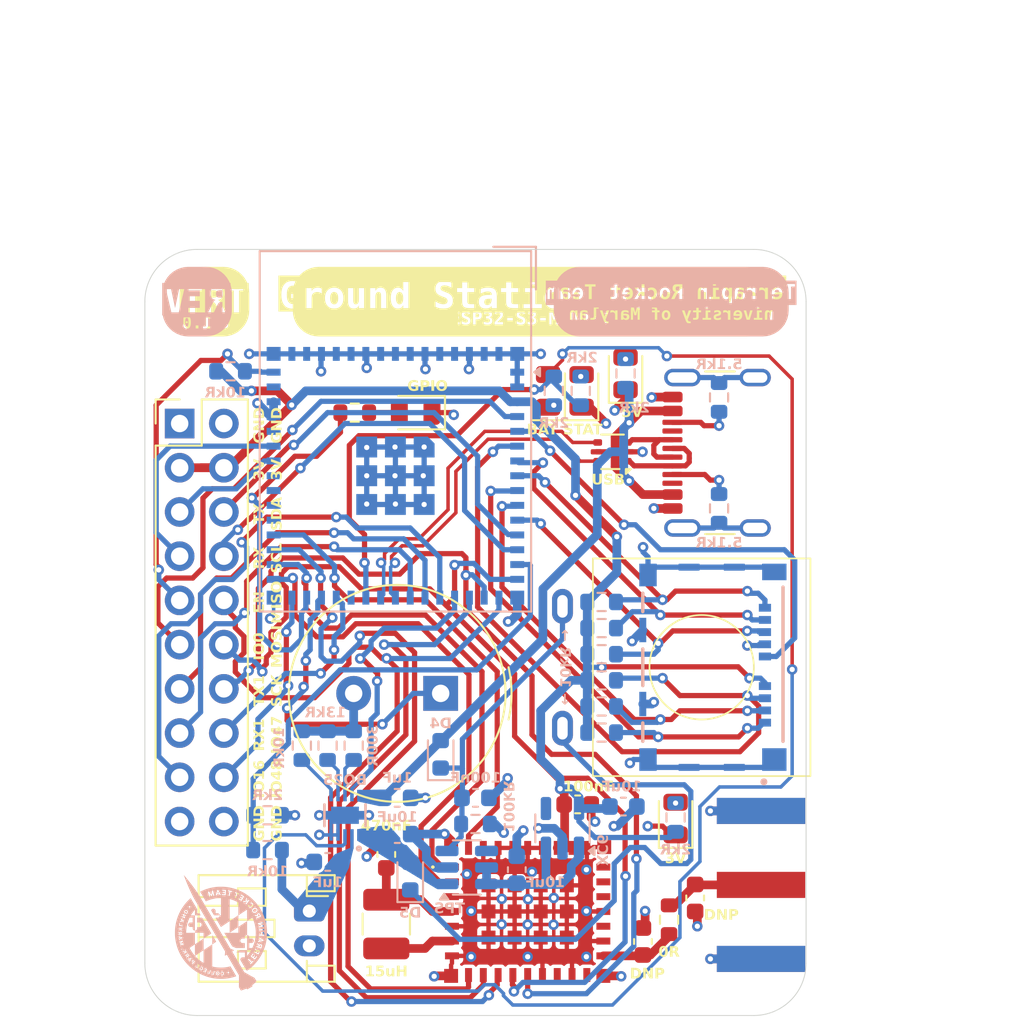
<source format=kicad_pcb>
(kicad_pcb (version 20241229) (generator "pcbnew") (generator_version "9.0")
  (layers (0 "F.Cu" signal) (4 "In1.Cu" signal) (6 "In2.Cu" signal) (2 "B.Cu" signal) (13 "F.Paste" user) (15 "B.Paste" user) (5 "F.SilkS" user "F.Silkscreen") (7 "B.SilkS" user "B.Silkscreen") (1 "F.Mask" user) (3 "B.Mask" user) (25 "Edge.Cuts" user))
  (net 0 "")
  (net 1 "GND")
  (net 2 "/BZ_IO")
  (net 3 "VBUS")
  (net 4 "+4v5-1")
  (net 5 "VBAT")
  (net 6 "/PWR_EN")
  (net 7 "/BAT_STAT_2")
  (net 10 "/EN")
  (net 11 "/IO16")
  (net 12 "/TX")
  (net 13 "/RX1")
  (net 14 "+3v3")
  (net 15 "/IO0")
  (net 16 "/TX1")
  (net 17 "/RX")
  (net 18 "/SPI2_MISO")
  (net 19 "/SCL")
  (net 20 "/IO47")
  (net 21 "/SPI2_SCK")
  (net 22 "/IO48")
  (net 23 "/SDA")
  (net 24 "/SPI2_MOSI")
  (net 25 "/SD_DATA2")
  (net 26 "/SD_DATA3")
  (net 27 "/SD_CMD")
  (net 28 "/SD_DATA0")
  (net 29 "/SD_DATA1")
  (net 30 "/SD_CD")
  (net 31 "/LED_BAT")
  (net 32 "/LED_GPIO")
  (net 33 "/BAT_MEAS")
  (net 35 "/RAD_IO9")
  (net 39 "/RAD_IO8")
  (net 41 "/D-")
  (net 42 "/RAD_NRST")
  (net 43 "/RAD_BUSY")
  (net 45 "/SPI2_CS1")
  (net 46 "/D+")
  (net 47 "/BAT_STAT_1")
  (net 55 "+4v5-2")
  (net 58 "/D+_1")
  (net 59 "/D-_1")
  (net 60 "/CC1")
  (net 61 "/CC2")
  (net 62 "/ANT")
  (net 63 "/ANT_1")
  (net 64 "/VREG")
  (net 65 "/DCC")
  (net 66 "/ILIM")
  (net 67 "/ISET")
  (net 68 "/TSMR")
  (net 69 "/DSTAT1")
  (net 70 "/DSTAT2")
  (net 71 "/DGPIO")
  (net 72 "/SW")
  (net 73 "/SD_CLK")
  (net 74 "/DPWR3")
  (net 75 "/DPWR5")
  (footprint "Murata Radio:LBAA0XV2GT001" (layer "F.Cu") (at 220 106.025)
    (property "Reference" "U2" (hide yes))
    (property "Value" "LBAA0XV2GT-001" (hide yes))
  )
  (footprint "LED_SMD:LED_0805_2012Metric" (layer "F.Cu") (at 225.625 75.125 90)
    (property "Reference" "D7" (hide yes))
    (property "Value" "PWR5")
  )
  (footprint "LED_SMD:LED_0805_2012Metric" (layer "F.Cu") (at 221.175 76.125 90)
    (property "Reference" "D1" (hide yes))
    (property "Value" "LED")
  )
  (footprint "LED_SMD:LED_0805_2012Metric" (layer "F.Cu") (at 213.562501 77.375 180)
    (property "Reference" "D6" (hide yes))
    (property "Value" "PWR")
  )
  (footprint "Resistor_SMD:R_0603_1608Metric" (layer "F.Cu") (at 210.062501 77.375 180)
    (property "Reference" "R18" (hide yes))
    (property "Value" "2k")
  )
  (footprint "Capacitor_SMD:C_0603_1608Metric" (layer "F.Cu") (at 229.625 105.25 -90)
    (property "Reference" "C6" (hide yes))
    (property "Value" "DNP")
  )
  (footprint "Capacitor_SMD:C_0603_1608Metric" (layer "F.Cu") (at 222.875 99.875)
    (property "Reference" "C8" (hide yes))
    (property "Value" "100n")
  )
  (footprint "Capacitor_SMD:C_0603_1608Metric" (layer "F.Cu") (at 226.625 107.75 90)
    (property "Reference" "C5" (hide yes))
    (property "Value" "DNP")
  )
  (footprint "Connector_JST:JST_PH_S2B-PH-K_1x02_P2.00mm_Horizontal" (layer "F.Cu") (at 207.45 105.999999 -90)
    (property "Reference" "J2" (hide yes))
    (property "Value" "BAT")
  )
  (footprint "Buzzer_Beeper:Buzzer_TDK_PS1240P02BT_D12.2mm_H6.5mm" (layer "F.Cu") (at 215 93.5 180)
    (property "Reference" "BZ1" (hide yes))
    (property "Value" "Buzzer")
  )
  (footprint "Connector_USB:USB_C_Receptacle_GCT_USB4105-xx-A_16P_TopMnt_Horizontal" (layer "F.Cu") (at 232 79.68 90)
    (property "Reference" "J3" (hide yes))
    (property "Value" "USB_C_Receptacle_USB2.0_16P")
  )
  (footprint "Connector_PinHeader_2.54mm:PinHeader_2x10_P2.54mm_Vertical" (layer "F.Cu") (at 200 78)
    (property "Reference" "J5" (hide yes))
    (property "Value" "Conn_02x10_Odd_Even")
  )
  (footprint "LED_SMD:LED_0805_2012Metric" (layer "F.Cu") (at 223.1 76.125 90)
    (property "Reference" "D2" (hide yes))
    (property "Value" "LED")
  )
  (footprint "50-0118-00:50-0118-00" (layer "F.Cu") (at 222 92 -90)
    (property "Reference" "SW1" (hide yes))
    (property "Value" "SW_SPST" (hide yes))
  )
  (footprint "Connector_Coaxial:SMA_Amphenol_132289_EdgeMount" (layer "F.Cu") (at 233.41 104.5)
    (property "Reference" "J4" (hide yes))
    (property "Value" "SMA")
  )
  (footprint "Inductor_SMD:L_1210_3225Metric" (layer "F.Cu") (at 211.875 106.75 90)
    (property "Reference" "L2" (hide yes))
    (property "Value" "15u")
  )
  (footprint "Resistor_SMD:R_0603_1608Metric" (layer "F.Cu") (at 228.125 106.5 -90)
    (property "Reference" "R21" (hide yes))
    (property "Value" "0")
  )
  (footprint "Package_TO_SOT_SMD:SOT-666" (layer "F.Cu") (at 224.875 79.625 180)
    (property "Reference" "U4" (hide yes))
    (property "Value" "USBLC6-2P6")
  )
  (footprint "Capacitor_SMD:C_0603_1608Metric" (layer "F.Cu") (at 211.875 102.75 -90)
    (property "Reference" "C7" (hide yes))
    (property "Value" "470n")
  )
  (footprint "LED_SMD:LED_0805_2012Metric" (layer "F.Cu") (at 228.5 100.687499 90)
    (property "Reference" "D3" (hide yes))
    (property "Value" "PWR3")
  )
  (footprint "Resistor_SMD:R_0603_1608Metric" (layer "B.Cu") (at 231 76.5 90)
    (property "Reference" "R4" (hide yes))
    (property "Value" "5k1")
  )
  (footprint "Resistor_SMD:R_0603_1608Metric" (layer "B.Cu") (at 205.05 102.5 180)
    (property "Reference" "R19" (hide yes))
    (property "Value" "10k")
  )
  (footprint "Resistor_SMD:R_0603_1608Metric" (layer "B.Cu") (at 217 101 180)
    (property "Reference" "R14" (hide yes))
    (property "Value" "100k")
  )
  (footprint "Resistor_SMD:R_0603_1608Metric" (layer "B.Cu") (at 210 96.5 -90)
    (property "Reference" "R2" (hide yes))
    (property "Value" "300")
  )
  (footprint "Capacitor_SMD:C_0603_1608Metric" (layer "B.Cu") (at 219.375 103.625 -90)
    (property "Reference" "C10" (hide yes))
    (property "Value" "10u")
  )
  (footprint "Package_TO_SOT_SMD:SOT-23-6" (layer "B.Cu") (at 216.5 103.5)
    (property "Reference" "U5" (hide yes))
    (property "Value" "TPS22917DBV")
  )
  (footprint "footprints:WSON10_DLH_TEX" (layer "B.Cu") (at 209.5 100.5 90)
    (property "Reference" "U6" (hide yes))
    (property "Value" "BQ25185DLHR")
  )
  (footprint "Resistor_SMD:R_0603_1608Metric" (layer "B.Cu") (at 224.25 95.75 180)
    (property "Reference" "R6" (hide yes))
    (property "Value" "10k")
  )
  (footprint "Resistor_SMD:R_0603_1608Metric" (layer "B.Cu") (at 202.925 75)
    (property "Reference" "R15" (hide yes))
    (property "Value" "10k")
  )
  (footprint "Resistor_SMD:R_0603_1608Metric" (layer "B.Cu") (at 228.5 100.625 -90)
    (property "Reference" "R13" (hide yes))
    (property "Value" "2k")
  )
  (footprint "Capacitor_SMD:C_0603_1608Metric" (layer "B.Cu") (at 212.5 99.5 180)
    (property "Reference" "C1" (hide yes))
    (property "Value" "1u")
  )
  (footprint "Resistor_SMD:R_0603_1608Metric" (layer "B.Cu") (at 225.625 75.125 -90)
    (property "Reference" "R22" (hide yes))
    (property "Value" "2k")
  )
  (footprint "Capacitor_SMD:C_0603_1608Metric" (layer "B.Cu") (at 208.51 103.18)
    (property "Reference" "C3" (hide yes))
    (property "Value" "1u")
  )
  (footprint "Resistor_SMD:R_0603_1608Metric" (layer "B.Cu") (at 224.25 92.75 180)
    (property "Reference" "R8" (hide yes))
    (property "Value" "10k")
  )
  (footprint "Resistor_SMD:R_0603_1608Metric" (layer "B.Cu") (at 224.25 89.75 180)
    (property "Reference" "R10" (hide yes))
    (property "Value" "10k")
  )
  (footprint "ESP32 Ground Station:TRT_Logo" (layer "B.Cu") (at 202.374796 106.954935 180)
    (property "Reference" "G***" (hide yes))
    (property "Value" "LOGO" (hide yes))
  )
  (footprint "Resistor_SMD:R_0603_1608Metric" (layer "B.Cu") (at 208.5 96.5 -90)
    (property "Reference" "R1" (hide yes))
    (property "Value" "13k")
  )
  (footprint "Resistor_SMD:R_0603_1608Metric" (layer "B.Cu") (at 221.5 76.125 -90)
    (property "Reference" "R16" (hide yes))
    (property "Value" "2k")
  )
  (footprint "Resistor_SMD:R_0603_1608Metric" (layer "B.Cu") (at 224.25 94.25 180)
    (property "Reference" "R7" (hide yes))
    (property "Value" "10k")
  )
  (footprint "Resistor_SMD:R_0603_1608Metric" (layer "B.Cu") (at 223.05 76.125 -90)
    (property "Reference" "R17" (hide yes))
    (property "Value" "2k")
  )
  (footprint "MEM2085:microSD-GCT_MEM2085-00-115-00-A_REV0.2" (layer "B.Cu") (at 230.645 92 -90)
    (property "Reference" "J1" (hide yes))
    (property "Value" "Micro_SD_Card_Det1")
  )
  (footprint "Resistor_SMD:R_0603_1608Metric" (layer "B.Cu") (at 224.25 91.25 180)
    (property "Reference" "R12" (hide yes))
    (property "Value" "10k")
  )
  (footprint "Package_TO_SOT_SMD:SOT-23-5" (layer "B.Cu") (at 222 101.25 90)
    (property "Reference" "U3" (hide yes))
    (property "Value" "XC6220B331MR")
  )
  (footprint "Capacitor_SMD:C_0603_1608Metric" (layer "B.Cu") (at 212.505 101.58 180)
    (property "Reference" "C2" (hide yes))
    (property "Value" "10u")
  )
  (footprint "Capacitor_SMD:C_0603_1608Metric" (layer "B.Cu") (at 217 99.499997 180)
    (property "Reference" "C4" (hide yes))
    (property "Value" "100n")
  )
  (footprint "Resistor_SMD:R_0603_1608Metric" (layer "B.Cu") (at 224.25 88.25 180)
    (property "Reference" "R11" (hide yes))
    (property "Value" "10k")
  )
  (footprint "Capacitor_SMD:C_0603_1608Metric" (layer "B.Cu") (at 225.5 100 180)
    (property "Reference" "C11" (hide yes))
    (property "Value" "10u")
  )
  (footprint "Diode_SMD:D_0603_1608Metric" (layer "B.Cu") (at 213.25 104 90)
    (property "Reference" "D5" (hide yes))
    (property "Value" "D_Schottky")
  )
  (footprint "RF_Module:ESP32-S2-MINI-1" (layer "B.Cu") (at 212.4 78.45 180)
    (property "Reference" "U1" (hide yes))
    (property "Value" "ESP32-S3-MINI-1")
  )
  (footprint "Diode_SMD:D_0603_1608Metric" (layer "B.Cu") (at 215 97 90)
    (property "Reference" "D4" (hide yes))
    (property "Value" "D_Schottky")
  )
  (footprint "Resistor_SMD:R_0603_1608Metric" (layer "B.Cu") (at 231 82.875 -90)
    (property "Reference" "R3" (hide yes))
    (property "Value" "5k1")
  )
  (footprint "Resistor_SMD:R_0603_1608Metric" (layer "B.Cu") (at 207.019999 96.5 -90)
    (property "Reference" "R5" (hide yes))
    (property "Value" "10k")
  )
  (footprint "Resistor_SMD:R_0603_1608Metric" (layer "B.Cu") (at 205.05 100.5 180)
    (property "Reference" "R20" (hide yes))
    (property "Value" "2k")
  )
  (gr_line (start 201 112) (end 233 112) (stroke (width 0.05)) (layer "Edge.Cuts"))
  (gr_arc (start 201 112) (mid 198.87868 111.12132) (end 198 109) (stroke (width 0.05)) (layer "Edge.Cuts"))
  (gr_line (start 236 109) (end 236 71) (stroke (width 0.05)) (layer "Edge.Cuts"))
  (gr_arc (start 198 71) (mid 198.87868 68.87868) (end 201 68) (stroke (width 0.05)) (layer "Edge.Cuts"))
  (gr_arc (start 236 109) (mid 235.12132 111.12132) (end 233 112) (stroke (width 0.05)) (layer "Edge.Cuts"))
  (gr_line (start 201 68) (end 233 68) (stroke (width 0.05)) (layer "Edge.Cuts"))
  (gr_arc (start 233 68) (mid 235.12132 68.87868) (end 236 71) (stroke (width 0.05)) (layer "Edge.Cuts"))
  (gr_line (start 198 71) (end 198 109) (stroke (width 0.05)) (layer "Edge.Cuts"))
  (gr_text "USB" (at 224.625 81.25 0) (layer "F.SilkS") (effects (font (size 0.6 0.6) (thickness 0.15) (bold yes))))
  (gr_text "BAT STAT" (at 222.125 78.375 0) (layer "F.SilkS") (effects (font (size 0.6 0.6) (thickness 0.1))))
  (gr_text "IO16\nIO48" (at 205.105 98.425 90) (layer "F.SilkS") (effects (font (size 0.6 0.6) (thickness 0.1))))
  (gr_text "100nF" (at 223.5 98.875 0) (layer "F.SilkS") (effects (font (size 0.6 0.6) (thickness 0.15) (bold yes))))
  (gr_text "IO0\nMOSI" (at 205.105 90.805 90) (layer "F.SilkS") (effects (font (size 0.6 0.6) (thickness 0.1))))
  (gr_text "RX\nSCL" (at 205.105 85.725 90) (layer "F.SilkS") (effects (font (size 0.6 0.6) (thickness 0.1))))
  (gr_text "DNP" (at 226.875 109.625 0) (layer "F.SilkS") (effects (font (size 0.6 0.6) (thickness 0.5) (bold yes))))
  (gr_text "GND\nGND" (at 205.105 100.965 90) (layer "F.SilkS") (effects (font (size 0.6 0.6) (thickness 0.1))))
  (gr_text "DNP" (at 231.125 106.25 0) (layer "F.SilkS") (effects (font (size 0.6 0.6) (thickness 0.5) (bold yes))))
  (gr_text "ESP32-S3-MINI-1" (at 220.25 72 0) (layer "F.SilkS" knockout) (effects (font (size 0.75 0.75) (thickness 0.1875) (bold yes))))
  (gr_text "UMD" (at 202 72.25 0) (layer "F.SilkS" knockout) (effects (font (size 0.7 0.7) (thickness 0.175) (bold yes))))
  (gr_text "470nF" (at 211.875 101.125 0) (layer "F.SilkS") (effects (font (size 0.6 0.6) (thickness 0.15) (bold yes))))
  (gr_text "TRT" (at 202 71 0) (layer "F.SilkS" knockout) (effects (font (size 1.5 1.5) (thickness 0.3) (bold yes))))
  (gr_text "0R" (at 228.125 108.375 0) (layer "F.SilkS") (effects (font (size 0.6 0.6) (thickness 0.15) (bold yes))))
  (gr_text "GND\nGND" (at 205.105 78.105 90) (layer "F.SilkS") (effects (font (size 0.6 0.6) (thickness 0.1))))
  (gr_text "3V" (at 228.5 103 0) (layer "F.SilkS") (effects (font (size 0.6 0.6) (thickness 0.1))))
  (gr_text "EN\nMISO" (at 205.105 88.265 90) (layer "F.SilkS") (effects (font (size 0.6 0.6) (thickness 0.1))))
  (gr_text "3V\n3V" (at 205.105 80.645 90) (layer "F.SilkS") (effects (font (size 0.6 0.6) (thickness 0.1))))
  (gr_text "Ground Station Receiver" (at 220.25 70.75 0) (layer "F.SilkS" knockout) (effects (font (size 1.5 1.5) (thickness 0.3) (bold yes))))
  (gr_text "TX\nSDA" (at 205.105 83.185 90) (layer "F.SilkS") (effects (font (size 0.6 0.6) (thickness 0.1))))
  (gr_text "15uH" (at 211.875 109.5 0) (layer "F.SilkS") (effects (font (size 0.6 0.6) (thickness 0.15) (bold yes))))
  (gr_text "5V" (at 226 77.375 0) (layer "F.SilkS") (effects (font (size 0.6 0.6) (thickness 0.1))))
  (gr_text "GPIO" (at 214.25 75.875 0) (layer "F.SilkS") (effects (font (size 0.6 0.6) (thickness 0.1))))
  (gr_text "RX1\nIO47" (at 205.105 95.885 90) (layer "F.SilkS") (effects (font (size 0.6 0.6) (thickness 0.1))))
  (gr_text "TX1\nSCK" (at 205.105 93.345 90) (layer "F.SilkS") (effects (font (size 0.6 0.6) (thickness 0.1))))
  (gr_text "1uF" (at 212.5 98.375 0) (layer "B.SilkS") (effects (font (size 0.6 0.6) (thickness 0.15) (bold yes)) (justify mirror)))
  (gr_text "Terrapin Rocket Team" (at 228.25 70.5 0) (layer "B.SilkS" knockout) (effects (font (size 0.85 0.85) (thickness 0.1875) (bold yes)) (justify mirror)))
  (gr_text "← 10kR →" (at 222.125 92 270) (layer "B.SilkS") (effects (font (size 0.6 0.6) (thickness 0.15) (bold yes)) (justify mirror)))
  (gr_text "10kR" (at 205.05 103.75 0) (layer "B.SilkS") (effects (font (size 0.6 0.6) (thickness 0.15) (bold yes)) (justify mirror)))
  (gr_text "13kR" (at 208.375 94.625 0) (layer "B.SilkS") (effects (font (size 0.6 0.6) (thickness 0.15) (bold yes)) (justify mirror)))
  (gr_text "2kR" (at 223.125 74.25 0) (layer "B.SilkS") (effects (font (size 0.6 0.6) (thickness 0.15) (bold yes)) (justify mirror)))
  (gr_text "BQ25" (at 209.5 98.5 0) (layer "B.SilkS") (effects (font (size 0.6 0.6) (thickness 0.15) (bold yes)) (justify mirror)))
  (gr_text "10uF" (at 212.5 100.625 0) (layer "B.SilkS") (effects (font (size 0.6 0.6) (thickness 0.15) (bold yes)) (justify mirror)))
  (gr_text "300R" (at 211.125 96.5 90) (layer "B.SilkS") (effects (font (size 0.6 0.6) (thickness 0.15) (bold yes)) (justify mirror)))
  (gr_text "10kR" (at 202.625 76.25 0) (layer "B.SilkS") (effects (font (size 0.6 0.6) (thickness 0.15) (bold yes)) (justify mirror)))
  (gr_text "REV" (at 201 71 0) (layer "B.SilkS" knockout) (effects (font (size 1.5 1.5) (thickness 0.3) (bold yes)) (justify mirror)))
  (gr_text "2kR" (at 228.5 102.5 0) (layer "B.SilkS") (effects (font (size 0.6 0.6) (thickness 0.15) (bold yes)) (justify mirror)))
  (gr_text "2kR" (at 205.05 99.375 0) (layer "B.SilkS") (effects (font (size 0.6 0.6) (thickness 0.15) (bold yes)) (justify mirror)))
  (gr_text "University of Maryland" (at 228.25 71.75 0) (layer "B.SilkS" knockout) (effects (font (size 0.7 0.7) (thickness 0.175) (bold yes)) (justify mirror)))
  (gr_text "10kR" (at 205.75 96.625 90) (layer "B.SilkS") (effects (font (size 0.6 0.6) (thickness 0.15) (bold yes)) (justify mirror)))
  (gr_text "XC6" (at 224.25 102.5 270) (layer "B.SilkS") (effects (font (size 0.6 0.6) (thickness 0.15) (bold yes)) (justify mirror)))
  (gr_text "10uF" (at 221 104.375 0) (layer "B.SilkS") (effects (font (size 0.6 0.6) (thickness 0.15) (bold yes)) (justify mirror)))
  (gr_text "5.1kR" (at 231 84.875 0) (layer "B.SilkS") (effects (font (size 0.6 0.6) (thickness 0.15) (bold yes)) (justify mirror)))
  (gr_text "2kR" (at 226.125 77.125 0) (layer "B.SilkS") (effects (font (size 0.6 0.6) (thickness 0.15) (bold yes)) (justify mirror)))
  (gr_text "10uF" (at 225.375 98.875 0) (layer "B.SilkS") (effects (font (size 0.6 0.6) (thickness 0.15) (bold yes)) (justify mirror)))
  (gr_text "1uF" (at 208.5 104.375 0) (layer "B.SilkS") (effects (font (size 0.6 0.6) (thickness 0.15) (bold yes)) (justify mirror)))
  (gr_text "1.0" (at 201 72.249999 0) (layer "B.SilkS" knockout) (effects (font (size 0.7 0.7) (thickness 0.175) (bold yes)) (justify mirror)))
  (gr_text "D4" (at 215 95.25 0) (layer "B.SilkS") (effects (font (size 0.6 0.6) (thickness 0.15) (bold yes)) (justify mirror)))
  (gr_text "100kR" (at 218.875 100 270) (layer "B.SilkS") (effects (font (size 0.6 0.6) (thickness 0.15) (bold yes)) (justify mirror)))
  (gr_text "2kR" (at 221.5 78 0) (layer "B.SilkS") (effects (font (size 0.6 0.6) (thickness 0.15) (bold yes)) (justify mirror)))
  (gr_text "TPS" (at 215.5 105.875 0) (layer "B.SilkS") (effects (font (size 0.6 0.6) (thickness 0.15) (bold yes)) (justify mirror)))
  (gr_text "100nF" (at 217 98.375 0) (layer "B.SilkS") (effects (font (size 0.6 0.6) (thickness 0.15) (bold yes)) (justify mirror)))
  (gr_text "D5" (at 213.25 106.125 0) (layer "B.SilkS") (effects (font (size 0.6 0.6) (thickness 0.15) (bold yes)) (justify mirror)))
  (gr_text "5.1kR" (at 231 74.625 0) (layer "B.SilkS") (effects (font (size 0.6 0.6) (thickness 0.15) (bold yes)) (justify mirror)))
  (segment (start 215.6 109.725) (end 214.65 109.725) (width 0.5) (layer "F.Cu") (net 1))
  (segment (start 223.65 99.875) (end 223.65 100.6375) (width 0.5) (layer "F.Cu") (net 1))
  (segment (start 226.75 106.975) (end 226.75 106) (width 0.5) (layer "F.Cu") (net 1))
  (segment (start 228.32 76.48) (end 227.145 76.48) (width 0.5) (layer "F.Cu") (net 1))
  (segment (start 225.625 76.625) (end 225 77.25) (width 0.5) (layer "F.Cu") (net 1))
  (segment (start 225.35 109.725) (end 225.375 109.75) (width 0.5) (layer "F.Cu") (net 1))
  (segment (start 233.6375 108.75) (end 230.5 108.75) (width 0.5) (layer "F.Cu") (net 1))
  (segment (start 215.6 101.95) (end 215.22212 101.57212) (width 0.5) (layer "F.Cu") (net 1))
  (segment (start 224.5 78) (end 223.562501 77.062501) (width 0.5) (layer "F.Cu") (net 1))
  (segment (start 223.65 100.6375) (end 223.875 100.8625) (width 0.5) (layer "F.Cu") (net 1))
  (segment (start 228.25 101.625) (end 228.5 101.625) (width 0.3) (layer "F.Cu") (net 1))
  (segment (start 211.65 101.975) (end 210.75 102.875) (width 0.5) (layer "F.Cu") (net 1))
  (segment (start 223.562501 77.062501) (end 223.1 77.062501) (width 0.5) (layer "F.Cu") (net 1))
  (segment (start 211.875 101.975) (end 211.65 101.975) (width 0.5) (layer "F.Cu") (net 1))
  (segment (start 215.625 77.375) (end 215.75 77.5) (width 0.3) (layer "F.Cu") (net 1))
  (segment (start 225.8 79.625) (end 226.6 79.625) (width 0.3) (layer "F.Cu") (net 1))
  (segment (start 226.9 101.125) (end 227.75 101.125) (width 0.3) (layer "F.Cu") (net 1))
  (segment (start 227.75 101.125) (end 228.25 101.625) (width 0.3) (layer "F.Cu") (net 1))
  (segment (start 227.255 82.88) (end 227.25 82.875) (width 0.5) (layer "F.Cu") (net 1))
  (segment (start 227.145 76.48) (end 227.125 76.5) (width 0.5) (layer "F.Cu") (net 1))
  (segment (start 215.6 102.325) (end 215.6 101.95) (width 0.5) (layer "F.Cu") (net 1))
  (segment (start 233.6375 100.25) (end 230.5 100.25) (width 0.5) (layer "F.Cu") (net 1))
  (segment (start 214.500002 77.375) (end 215.625 77.375) (width 0.3) (layer "F.Cu") (net 1))
  (segment (start 229.75 106.025) (end 229.75 106.875) (width 0.5) (layer "F.Cu") (net 1))
  (segment (start 214.65 109.725) (end 214.625 109.75) (width 0.5) (layer "F.Cu") (net 1))
  (segment (start 224.35 109.725) (end 225.35 109.725) (width 0.5) (layer "F.Cu") (net 1))
  (segment (start 225.625 76.062501) (end 225.625 76.625) (width 0.5) (layer "F.Cu") (net 1))
  (segment (start 228.32 82.88) (end 227.255 82.88) (width 0.5) (layer "F.Cu") (net 1))
  (via (at 219.75 101.375) (size 0.6) (drill 0.3) (layers "F.Cu" "B.Cu") (net 1))
  (via (at 218.875 89.375) (size 0.6) (drill 0.3) (layers "F.Cu" "B.Cu") (net 1))
  (via (at 214.125 99.5) (size 0.6) (drill 0.3) (layers "F.Cu" "B.Cu") (net 1))
  (via (at 224.5 78) (size 0.6) (drill 0.3) (layers "F.Cu" "B.Cu") (net 1))
  (via (at 219.998325 106.778254) (size 0.6) (drill 0.3) (layers "F.Cu" "B.Cu") (net 1))
  (via (at 215.75 77.5) (size 0.6) (drill 0.3) (layers "F.Cu" "B.Cu") (net 1))
  (via (at 220.625 101.25) (size 0.6) (drill 0.3) (layers "F.Cu" "B.Cu") (net 1))
  (via (at 210.75 79.375) (size 0.6) (drill 0.3) (layers "F.Cu" "B.Cu") (net 1))
  (via (at 223.375 103.625) (size 0.6) (drill 0.3) (layers "F.Cu" "B.Cu") (net 1))
  (via (at 208.125 75) (size 0.6) (drill 0.3) (layers "F.Cu" "B.Cu") (net 1))
  (via (at 227.25 82.875) (size 0.6) (drill 0.3) (layers "F.Cu" "B.Cu") (net 1))
  (via (at 215.22212 101.57212) (size 0.6) (drill 0.3) (layers "F.Cu" "B.Cu") (net 1))
  (via (at 220.020219 105.318692) (size 0.6) (drill 0.3) (layers "F.Cu" "B.Cu") (net 1))
  (via (at 226 90.5) (size 0.6) (drill 0.3) (layers "F.Cu" "B.Cu") (net 1))
  (via (at 214 81) (size 0.6) (drill 0.3) (layers "F.Cu" "B.Cu") (net 1))
  (via (at 218.625 101.5) (size 0.6) (drill 0.3) (layers "F.Cu" "B.Cu") (net 1))
  (via (at 216.506908 103.87807) (size 0.6) (drill 0.3) (layers "F.Cu" "B.Cu") (net 1))
  (via (at 225.375 109.75) (size 0.6) (drill 0.3) (layers "F.Cu" "B.Cu") (net 1))
  (via (at 205.199 89.202473) (size 0.6) (drill 0.3) (layers "F.Cu" "B.Cu") (net 1))
  (via (at 214.625 109.75) (size 0.6) (drill 0.3) (layers "F.Cu" "B.Cu") (net 1))
  (via (at 218.502274 106.763658) (size 0.6) (drill 0.3) (layers "F.Cu" "B.Cu") (net 1))
  (via (at 223.375 108.625) (size 0.6) (drill 0.3) (layers "F.Cu" "B.Cu") (net 1))
  (via (at 227.25 94) (size 0.6) (drill 0.3) (layers "F.Cu" "B.Cu") (net 1))
  (via (at 221.5 105.25) (size 0.6) (drill 0.3) (layers "F.Cu" "B.Cu") (net 1))
  (via (at 206.625 100.5) (size 0.6) (drill 0.3) (layers "F.Cu" "B.Cu") (net 1))
  (via (at 223.875 100.8625) (size 0.6) (drill 0.3) (layers "F.Cu" "B.Cu") (net 1))
  (via (at 226.631405 85.104934) (size 0.6) (drill 0.3) (layers "F.Cu" "B.Cu") (net 1))
  (via (at 210.75 74.804837) (size 0.6) (drill 0.3) (layers "F.Cu" "B.Cu") (net 1))
  (via (at 216.75 106) (size 0.6) (drill 0.3) (layers "F.Cu" "B.Cu") (net 1))
  (via (at 230.5 108.75) (size 0.6) (drill 0.3) (layers "F.Cu" "B.Cu") (net 1))
  (via (at 210.875 100.5) (size 0.6) (drill 0.3) (layers "F.Cu" "B.Cu") (net 1))
  (via (at 210.75 102.875) (size 0.6) (drill 0.3) (layers "F.Cu" "B.Cu") (net 1))
  (via (at 225 77.25) (size 0.6) (drill 0.3) (layers "F.Cu" "B.Cu") (net 1))
  (via (at 218.85 98.375) (size 0.6) (drill 0.3) (layers "F.Cu" "B.Cu") (net 1))
  (via (at 210.75 82.625) (size 0.6) (drill 0.3) (layers "F.Cu" "B.Cu") (net 1))
  (via (at 227.125 76.5) (size 0.6) (drill 0.3) (layers "F.Cu" "B.Cu") (net 1))
  (via (at 214.05 79.35) (size 0.6) (drill 0.3) (layers "F.Cu" "B.Cu") (net 1))
  (via (at 226.75 106) (size 0.6) (drill 0.3) (layers "F.Cu" "B.Cu") (net 1))
  (via (at 207 103.25) (size 0.6) (drill 0.3) (layers "F.Cu" "B.Cu") (net 1))
  (via (at 232.625 90.75) (size 0.6) (drill 0.3) (layers "F.Cu" "B.Cu") (net 1))
  (via (at 204 74) (size 0.6) (drill 0.3) (layers "F.Cu" "B.Cu") (net 1))
  (via (at 210.75 81) (size 0.6) (drill 0.3) (layers "F.Cu" "B.Cu") (net 1))
  (via (at 229.75 106.875) (size 0.6) (drill 0.3) (layers "F.Cu" "B.Cu") (net 1))
  (via (at 212.375 81) (size 0.6) (drill 0.3) (layers "F.Cu" "B.Cu") (net 1))
  (via (at 226.6 79.625) (size 0.6) (drill 0.3) (layers "F.Cu" "B.Cu") (net 1))
  (via (at 224.949 101.125) (size 0.6) (drill 0.3) (layers "F.Cu" "B.Cu") (net 1))
  (via (at 220 108.625) (size 0.6) (drill 0.3) (layers "F.Cu" "B.Cu") (net 1))
  (via (at 216.625 74.875) (size 0.6) (drill 0.3) (layers "F.Cu" "B.Cu") (net 1))
  (via (at 225.875 97.501) (size 0.6) (drill 0.3) (layers "F.Cu" "B.Cu") (net 1))
  (via (at 230.5 100.25) (size 0.6) (drill 0.3) (layers "F.Cu" "B.Cu") (net 1))
  (via (at 216.75 108.625) (size 0.6) (drill 0.3) (layers "F.Cu" "B.Cu") (net 1))
  (via (at 208.026 100.5) (size 0.6) (drill 0.3) (layers "F.Cu" "B.Cu") (net 1))
  (via (at 212.375 79.35) (size 0.6) (drill 0.3) (layers "F.Cu" "B.Cu") (net 1))
  (via (at 223.375 106) (size 0.6) (drill 0.3) (layers "F.Cu" "B.Cu") (net 1))
  (via (at 212.4 82.625) (size 0.6) (drill 0.3) (layers "F.Cu" "B.Cu") (net 1))
  (via (at 226.9 101.125) (size 0.6) (drill 0.3) (layers "F.Cu" "B.Cu") (net 1))
  (via (at 218.513384 105.301284) (size 0.6) (drill 0.3) (layers "F.Cu" "B.Cu") (net 1))
  (via (at 208.026 101.625) (size 0.6) (drill 0.3) (layers "F.Cu" "B.Cu") (net 1))
  (via (at 220.75 74) (size 0.6) (drill 0.3) (layers "F.Cu" "B.Cu") (net 1))
  (via (at 214.125 74.875) (size 0.6) (drill 0.3) (layers "F.Cu" "B.Cu") (net 1))
  (via (at 220.25 103.75) (size 0.6) (drill 0.3) (layers "F.Cu" "B.Cu") (net 1))
  (via (at 214.05 82.65) (size 0.6) (drill 0.3) (layers "F.Cu" "B.Cu") (net 1))
  (via (at 221.487078 106.785551) (size 0.6) (drill 0.3) (layers "F.Cu" "B.Cu") (net 1))
  (via (at 204.47 76.835) (size 0.6) (drill 0.3) (layers "F.Cu" "B.Cu") (net 1))
  (segment (start 226.915 85.665) (end 226.915 86.7) (width 0.3) (layer "B.Cu") (net 1))
  (segment (start 219.375 101.75) (end 219.75 101.375) (width 0.5) (layer "B.Cu") (net 1))
  (segment (start 226.631405 85.381405) (end 226.915 85.665) (width 0.3) (layer "B.Cu") (net 1))
  (segment (start 214.176 102.975999) (end 214.176 102.476) (width 0.5) (layer "B.Cu") (net 1))
  (segment (start 218.875 89.375) (end 219 89.375) (width 0.5) (layer "B.Cu") (net 1))
  (segment (start 218.85 98.375) (end 218.85 98.525) (width 0.5) (layer "B.Cu") (net 1))
  (segment (start 210.75 79.375) (end 210.75 81) (width 0.3) (layer "B.Cu") (net 1))
  (segment (start 209.09995 101.6303) (end 209.09995 100.90005) (width 0.2) (layer "B.Cu") (net 1))
  (segment (start 228.895 75.36) (end 230.685 75.36) (width 0.3) (layer "B.Cu") (net 1))
  (segment (start 210.75 81) (end 210.75 82.625) (width 0.3) (layer "B.Cu") (net 1))
  (segment (start 218.625 101.5) (end 218.125 101) (width 0.5) (layer "B.Cu") (net 1))
  (segment (start 230.7 84) (end 231 83.7) (width 0.3) (layer "B.Cu") (net 1))
  (segment (start 231.315 75.36) (end 231 75.675) (width 0.3) (layer "B.Cu") (net 1))
  (segment (start 229.275 86.25) (end 227.365 86.25) (width 0.3) (layer "B.Cu") (net 1))
  (segment (start 227.365 86.25) (end 226.915 86.7) (width 0.3) (layer "B.Cu") (net 1))
  (segment (start 205.199 89.202473) (end 205.199 89.051) (width 0.2) (layer "B.Cu") (net 1))
  (segment (start 208.125 74.025) (end 208.125 75) (width 0.3) (layer "B.Cu") (net 1))
  (segment (start 210.75 82.625) (end 210.75 82.65) (width 0.3) (layer "B.Cu") (net 1))
  (segment (start 231.875 86.25) (end 233.9 86.25) (width 0.3) (layer "B.Cu") (net 1))
  (segment (start 226.615 89.885) (end 226 90.5) (width 0.5) (layer "B.Cu") (net 1))
  (segment (start 205.4 88.85) (end 205.4 88) (width 0.2) (layer "B.Cu") (net 1))
  (segment (start 222 102.3875) (end 222 101.725001) (width 0.5) (layer "B.Cu") (net 1))
  (segment (start 207.019999 95.675) (end 210 95.675) (width 0.5) (layer "B.Cu") (net 1))
  (segment (start 212.4 79.35) (end 212.4 82.625) (width 0.3) (layer "B.Cu") (net 1))
  (segment (start 218.85 98.525) (end 217.875003 99.499997) (width 0.5) (layer "B.Cu") (net 1))
  (segment (start 233.6375 108.75) (end 230.5 108.75) (width 0.5) (layer "B.Cu") (net 1))
  (segment (start 214.1 74) (end 214.1 74.85) (width 0.3) (layer "B.Cu") (net 1))
  (segment (start 219.375 102.85) (end 219.375 101.75) (width 0.5) (layer "B.Cu") (net 1))
  (segment (start 212.375 81) (end 214 81) (width 0.3) (layer "B.Cu") (net 1))
  (segment (start 226.915 97.3) (end 226.076 97.3) (width 0.3) (layer "B.Cu") (net 1))
  (segment (start 231.875 86.25) (end 229.275 86.25) (width 0.3) (layer "B.Cu") (net 1))
  (segment (start 217.875003 99.499997) (end 217.775 99.499997) (width 0.5) (layer "B.Cu") (net 1))
  (segment (start 216.65 74) (end 216.65 74.85) (width 0.3) (layer "B.Cu") (net 1))
  (segment (start 233.725 97.75) (end 234.175 97.3) (width 0.3) (layer "B.Cu") (net 1))
  (segment (start 207.665 103.25) (end 207.735 103.18) (width 0.5) (layer "B.Cu") (net 1))
  (segment (start 231.3 84) (end 231 83.7) (width 0.3) (layer "B.Cu") (net 1))
  (segment (start 221.524999 101.25) (end 220.625 101.25) (width 0.5) (layer "B.Cu") (net 1))
  (segment (start 214.1 74.85) (end 214.125 74.875) (width 0.3) (layer "B.Cu") (net 1))
  (segment (start 214.05 79.35) (end 212.375 79.35) (width 0.3) (layer "B.Cu") (net 1))
  (segment (start 219.4 74) (end 205.4 74) (width 0.3) (layer "B.Cu") (net 1))
  (segment (start 219.4 74) (end 220.75 74) (width 0.3) (layer "B.Cu") (net 1))
  (segment (start 233.6375 100.25) (end 230.5 100.25) (width 0.5) (layer "B.Cu") (net 1))
  (segment (start 214 81) (end 214.05 81) (width 0.3) (layer "B.Cu") (net 1))
  (segment (start 230.685 75.36) (end 231 75.675) (width 0.3) (layer "B.Cu") (net 1))
  (segment (start 205.235 77.6) (end 205.4 77.6) (width 0.5) (layer "B.Cu") (net 1))
  (segment (start 216.65 74.85) (end 216.625 74.875) (width 0.3) (layer "B.Cu") (net 1))
  (segment (start 222 101.725001) (end 221.524999 101.25) (width 0.5) (layer "B.Cu") (net 1))
  (segment (start 210 95.675) (end 210 93.5) (width 0.5) (layer "B.Cu") (net 1))
  (segment (start 208.6999 101.6303) (end 208.6999 100.5) (width 0.2) (layer "B.Cu") (net 1))
  (segment (start 228.895 84) (end 230.7 84) (width 0.3) (layer "B.Cu") (net 1))
  (segment (start 227.365 97.75) (end 226.915 97.3) (width 0.3) (layer "B.Cu") (net 1))
  (segment (start 226.615 94.11) (end 227.14 94.11) (width 0.5) (layer "B.Cu") (net 1))
  (segment (start 209.09995 100.90005) (end 209.5 100.5) (width 0.2) (layer "B.Cu") (net 1))
  (segment (start 233.9 86.25) (end 234.175 86.525) (width 0.3) (layer "B.Cu") (net 1))
  (segment (start 210.75 82.65) (end 214.05 82.65) (width 0.3) (layer "B.Cu") (net 1))
  (segment (start 214.176 102.476) (end 213.28 101.58) (width 0.5) (layer "B.Cu") (net 1))
  (segment (start 213.28 101.58) (end 215.21424 101.58) (width 0.5) (layer "B.Cu") (net 1))
  (segment (start 214.700001 103.5) (end 214.176 102.975999) (width 0.5) (layer "B.Cu") (net 1))
  (segment (start 219.4 75.9) (end 219.4 74) (width 0.3) (layer "B.Cu") (net 1))
  (segment (start 208.0313 101.6303) (end 208.026 101.625) (width 0.2) (layer "B.Cu") (net 1))
  (segment (start 219 89.375) (end 219.4 88.975) (width 0.5) (layer "B.Cu") (net 1))
  (segment (start 233.25 90.75) (end 232.625 90.75) (width 0.3) (layer "B.Cu") (net 1))
  (segment (start 212.375 79.35) (end 210.75 79.35) (width 0.3) (layer "B.Cu") (net 1))
  (segment (start 225.15 101.125) (end 224.949 101.125) (width 0.5) (layer "B.Cu") (net 1))
  (segment (start 210.75 74.804837) (end 210.75 74) (width 0.3) (layer "B.Cu") (net 1))
  (segment (start 205.4 76.75) (end 205.4 77.6) (width 0.5) (layer "B.Cu") (net 1))
  (segment (start 210.75 81) (end 212.375 81) (width 0.3) (layer "B.Cu") (net 1))
  (segment (start 233.075 84) (end 231.3 84) (width 0.3) (layer "B.Cu") (net 1))
  (segment (start 218.125 101) (end 217.825 101) (width 0.5) (layer "B.Cu") (net 1))
  (segment (start 215.21424 101.58) (end 215.22212 101.57212) (width 0.5) (layer "B.Cu") (net 1))
  (segment (start 209.5 100.5) (end 210.875 100.5) (width 0.5) (layer "B.Cu") (net 1))
  (segment (start 204.47 76.835) (end 205.235 77.6) (width 0.5) (layer "B.Cu") (net 1))
  (segment (start 231.875 97.75) (end 233.725 97.75) (width 0.3) (layer "B.Cu") (net 1))
  (segment (start 213.275 99.5) (end 214.125 99.5) (width 0.5) (layer "B.Cu") (net 1))
  (segment (start 212.4 82.625) (end 212.4 82.649999) (width 0.3) (layer "B.Cu") (net 1))
  (segment (start 205.875 100.5) (end 206.625 100.5) (width 0.5) (layer "B.Cu") (net 1))
  (segment (start 226.631405 85.104934) (end 226.631405 85.381405) (width 0.3) (layer "B.Cu") (net 1))
  (segment (start 226.076 97.3) (end 225.875 97.501) (width 0.3) (layer "B.Cu") (net 1))
  (segment (start 215.3625 103.5) (end 214.700001 103.5) (width 0.5) (layer "B.Cu") (net 1))
  (segment (start 207 103.25) (end 207.665 103.25) (width 0.5) (layer "B.Cu") (net 1))
  (segment (start 231.875 97.75) (end 229.275 97.75) (width 0.3) (layer "B.Cu") (net 1))
  (segment (start 209.5 100.5) (end 208.026 100.5) (width 0.5) (layer "B.Cu") (net 1))
  (segment (start 205.199 89.051) (end 205.4 88.85) (width 0.2) (layer "B.Cu") (net 1))
  (segment (start 227.14 94.11) (end 227.25 94) (width 0.5) (layer "B.Cu") (net 1))
  (segment (start 208.15 74) (end 208.125 74.025) (width 0.3) (layer "B.Cu") (net 1))
  (segment (start 229.275 97.75) (end 227.365 97.75) (width 0.3) (layer "B.Cu") (net 1))
  (segment (start 209 74) (end 208.15 74) (width 0.3) (layer "B.Cu") (net 1))
  (segment (start 233.635 90.68) (end 233.32 90.68) (width 0.3) (layer "B.Cu") (net 1))
  (segment (start 208.6999 101.6303) (end 208.0313 101.6303) (width 0.2) (layer "B.Cu") (net 1))
  (segment (start 205.4 74) (end 204 74) (width 0.3) (layer "B.Cu") (net 1))
  (segment (start 226.275 100) (end 225.15 101.125) (width 0.5) (layer "B.Cu") (net 1))
  (segment (start 233.075 75.36) (end 231.315 75.36) (width 0.3) (layer "B.Cu") (net 1))
  (segment (start 210.75 79.35) (end 210.75 79.375) (width 0.3) (layer "B.Cu") (net 1))
  (segment (start 214.05 82.65) (end 214.05 79.35) (width 0.3) (layer "B.Cu") (net 1))
  (segment (start 208.6999 100.5) (end 209.5 100.5) (width 0.2) (layer "B.Cu") (net 1))
  (segment (start 233.32 90.68) (end 233.25 90.75) (width 0.3) (layer "B.Cu") (net 1))
  (segment (start 210.75 74) (end 211.55 74) (width 0.3) (layer "B.Cu") (net 1))
  (segment (start 208.6999 101.6303) (end 209.09995 101.6303) (width 0.2) (layer "B.Cu") (net 1))
  (segment (start 219.4 88.975) (end 219.4 88) (width 0.5) (layer "B.Cu") (net 1))
  (segment (start 226.615 89.86) (end 226.615 89.885) (width 0.5) (layer "B.Cu") (net 1))
  (segment (start 207.25 91.625) (end 207.25 93) (width 0.3) (layer "F.Cu") (net 2))
  (segment (start 206.176472 94.35) (end 206.176472 95.051472) (width 0.3) (layer "F.Cu") (net 2))
  (segment (start 206.176472 95.051472) (end 206.39712 95.27212) (width 0.3) (layer "F.Cu") (net 2))
  (segment (start 206.39712 95.27212) (end 211.65 95.27212) (width 0.3) (layer "F.Cu") (net 2))
  (segment (start 207.25 93) (end 207.125 93.125) (width 0.3) (layer "F.Cu") (net 2))
  (via (at 207.25 91.625) (size 0.6) (drill 0.3) (layers "F.Cu" "B.Cu") (net 2))
  (via (at 206.176472 94.35) (size 0.6) (drill 0.3) (layers "F.Cu" "B.Cu") (net 2))
  (via (at 211.65 95.27212) (size 0.6) (drill 0.3) (layers "F.Cu" "B.Cu") (net 2))
  (via (at 207.125 93.125) (size 0.6) (drill 0.3) (layers "F.Cu" "B.Cu") (net 2))
  (segment (start 211.65 95.27212) (end 213.42212 93.5) (width 0.3) (layer "B.Cu") (net 2))
  (segment (start 207.501 90.999) (end 207.25 91.25) (width 0.3) (layer "B.Cu") (net 2))
  (segment (start 208.15 88) (end 207.93938 88.21062) (width 0.3) (layer "B.Cu") (net 2))
  (segment (start 206.176472 94.279288) (end 207.125 93.33076) (width 0.3) (layer "B.Cu") (net 2))
  (segment (start 207.93938 88.843479) (end 207.501 89.281859) (width 0.3) (layer "B.Cu") (net 2))
  (segment (start 207.125 93.33076) (end 207.125 93.125) (width 0.3) (layer "B.Cu") (net 2))
  (segment (start 206.176472 94.35) (end 206.176472 94.279288) (width 0.3) (layer "B.Cu") (net 2))
  (segment (start 213.42212 93.5) (end 215 93.5) (width 0.3) (layer "B.Cu") (net 2))
  (segment (start 207.501 89.281859) (end 207.501 90.999) (width 0.3) (layer "B.Cu") (net 2))
  (segment (start 207.25 91.25) (end 207.25 91.625) (width 0.3) (layer "B.Cu") (net 2))
  (segment (start 207.93938 88.21062) (end 207.93938 88.843479) (width 0.3) (layer "B.Cu") (net 2))
  (segment (start 223.95 79.625) (end 225.024 79.625) (width 0.3) (layer "F.Cu") (net 3))
  (segment (start 225.832255 81.292745) (end 226.61951 82.08) (width 0.5) (layer "F.Cu") (net 3))
  (segment (start 225.832255 77.957255) (end 225.024 78.76551) (width 0.5) (layer "F.Cu") (net 3))
  (segment (start 225.024 78.76551) (end 225.024 79.625) (width 0.5) (layer "F.Cu") (net 3))
  (segment (start 226.50951 77.28) (end 228.32 77.28) (width 0.5) (layer "F.Cu") (net 3))
  (segment (start 225.832255 77.957255) (end 226.50951 77.28) (width 0.5) (layer "F.Cu") (net 3))
  (segment (start 225.024 80.48449) (end 225.024 79.625) (width 0.5) (layer "F.Cu") (net 3))
  (segment (start 226.61951 82.08) (end 228.32 82.08) (width 0.5) (layer "F.Cu") (net 3))
  (segment (start 225.832255 81.292745) (end 225.024 80.48449) (width 0.5) (layer "F.Cu") (net 3))
  (via (at 225.832255 77.957255) (size 0.6) (drill 0.3) (layers "F.Cu" "B.Cu") (net 3))
  (via (at 225.832255 81.292745) (size 0.6) (drill 0.3) (layers "F.Cu" "B.Cu") (net 3))
  (segment (start 225.519755 79.625) (end 225.519755 80.980245) (width 0.5) (layer "B.Cu") (net 3))
  (segment (start 225.519755 80.980245) (end 225.832255 81.292745) (width 0.5) (layer "B.Cu") (net 3))
  (segment (start 215 96.212499) (end 215 96.225) (width 0.5) (layer "B.Cu") (net 3))
  (segment (start 220.875 87.5) (end 220.875 90.375) (width 0.5) (layer "B.Cu") (net 3))
  (segment (start 215.037501 96.212499) (end 215 96.212499) (width 0.5) (layer "B.Cu") (net 3))
  (segment (start 215 96.225) (end 211.725 99.5) (width 0.5) (layer "B.Cu") (net 3))
  (segment (start 225.832255 77.957255) (end 225.519755 78.269755) (width 0.5) (layer "B.Cu") (net 3))
  (segment (start 225.519755 78.269755) (end 225.519755 79.625) (width 0.5) (layer "B.Cu") (net 3))
  (segment (start 225.832255 76.157255) (end 225.625 75.95) (width 0.5) (layer "B.Cu") (net 3))
  (segment (start 224 80.375) (end 224 84.375) (width 0.5) (layer "B.Cu") (net 3))
  (segment (start 225.832255 77.957255) (end 225.832255 76.157255) (width 0.5) (layer "B.Cu") (net 3))
  (segment (start 224 84.375) (end 220.875 87.5) (width 0.5) (layer "B.Cu") (net 3))
  (segment (start 225.519755 79.625) (end 224.75 79.625) (width 0.5) (layer "B.Cu") (net 3))
  (segment (start 220.875 90.375) (end 215.037501 96.212499) (width 0.5) (layer "B.Cu") (net 3))
  (segment (start 224.75 79.625) (end 224 80.375) (width 0.5) (layer "B.Cu") (net 3))
  (segment (start 209.90005 101.6303) (end 209.90005 102.36995) (width 0.2) (layer "B.Cu") (net 5))
  (segment (start 207.45 105.999999) (end 207.124999 105.999999) (width 0.5) (layer "B.Cu") (net 5))
  (segment (start 207.124999 105.999999) (end 205.875 104.75) (width 0.5) (layer "B.Cu") (net 5))
  (segment (start 209.90005 102.36995) (end 209.9 102.37) (width 0.2) (layer "B.Cu") (net 5))
  (segment (start 205.875 104.75) (end 205.875 102.5) (width 0.5) (layer "B.Cu") (net 5))
  (segment (start 216.25 99.474997) (end 216.225 99.499997) (width 0.3) (layer "B.Cu") (net 6))
  (segment (start 216.25 97.825002) (end 216.25 99.474997) (width 0.3) (layer "B.Cu") (net 6))
  (segment (start 216.25 96.125) (end 222 90.375) (width 0.3) (layer "B.Cu") (net 6))
  (segment (start 216.175 101) (end 216.175 101.737501) (width 0.3) (layer "B.Cu") (net 6))
  (segment (start 222 90.375) (end 222 88.5) (width 0.3) (layer "B.Cu") (net 6))
  (segment (start 216.225 99.499997) (end 216.225 100.95) (width 0.3) (layer "B.Cu") (net 6))
  (segment (start 216.175 101.737501) (end 215.3625 102.550001) (width 0.3) (layer "B.Cu") (net 6))
  (segment (start 216.25 97.825002) (end 216.25 96.125) (width 0.3) (layer "B.Cu") (net 6))
  (segment (start 216.212499 97.787501) (end 216.25 97.825002) (width 0.3) (layer "B.Cu") (net 6))
  (segment (start 216.225 100.95) (end 216.175 101) (width 0.3) (layer "B.Cu") (net 6))
  (segment (start 215 97.787501) (end 216.212499 97.787501) (width 0.3) (layer "B.Cu") (net 6))
  (segment (start 222 74) (end 222 74.362499) (width 0.2) (layer "F.Cu") (net 7))
  (segment (start 235.2 75.45) (end 233.875 74.125) (width 0.2) (layer "F.Cu") (net 7))
  (segment (start 235.2 92.125) (end 235.2 75.45) (width 0.2) (layer "F.Cu") (net 7))
  (segment (start 222 74.362499) (end 221.175 75.187499) (width 0.2) (layer "F.Cu") (net 7))
  (segment (start 233.875 74.125) (end 228 74.125) (width 0.2) (layer "F.Cu") (net 7))
  (via (at 235.2 92.125) (size 0.6) (drill 0.3) (layers "F.Cu" "B.Cu") (net 7))
  (via (at 228 74.125) (size 0.6) (drill 0.3) (layers "F.Cu" "B.Cu") (net 7))
  (via (at 222 74) (size 0.6) (drill 0.3) (layers "F.Cu" "B.Cu") (net 7))
  (segment (start 228 74.125) (end 227.524 73.649) (width 0.2) (layer "B.Cu") (net 7))
  (segment (start 218.610932 110.735932) (end 218.610932 110.860932) (width 0.2) (layer "B.Cu") (net 7))
  (segment (start 222.351 73.649) (end 222 74) (width 0.2) (layer "B.Cu") (net 7))
  (segment (start 229.899 100.001057) (end 231.025057 98.875) (width 0.2) (layer "B.Cu") (net 7))
  (segment (start 235.2 98.227) (end 235.2 92.125) (width 0.2) (layer "B.Cu") (net 7))
  (segment (start 224.873943 111.399) (end 228.75 107.522943) (width 0.2) (layer "B.Cu") (net 7))
  (segment (start 229.899 103.159464) (end 229.899 100.001057) (width 0.2) (layer "B.Cu") (net 7))
  (segment (start 234.552 98.875) (end 235.2 98.227) (width 0.2) (layer "B.Cu") (net 7))
  (segment (start 204.875 107.25) (end 208.224 110.599) (width 0.2) (layer "B.Cu") (net 7))
  (segment (start 207.246768 101.625) (end 205.631648 101.625) (width 0.2) (layer "B.Cu") (net 7))
  (segment (start 219.149 111.399) (end 224.873943 111.399) (width 0.2) (layer "B.Cu") (net 7))
  (segment (start 217.151 110.599) (end 217.516851 110.233149) (width 0.2) (layer "B.Cu") (net 7))
  (segment (start 231.025057 98.875) (end 234.552 98.875) (width 0.2) (layer "B.Cu") (net 7))
  (segment (start 218.108149 110.233149) (end 218.610932 110.735932) (width 0.2) (layer "B.Cu") (net 7))
  (segment (start 218.610932 110.860932) (end 219.149 111.399) (width 0.2) (layer "B.Cu") (net 7))
  (segment (start 228.75 107.522943) (end 228.75 104.308464) (width 0.2) (layer "B.Cu") (net 7))
  (segment (start 228.75 104.308464) (end 229.899 103.159464) (width 0.2) (layer "B.Cu") (net 7))
  (segment (start 205.631648 101.625) (end 204.875 102.381648) (width 0.2) (layer "B.Cu") (net 7))
  (segment (start 207.871768 102.25) (end 207.246768 101.625) (width 0.2) (layer "B.Cu") (net 7))
  (segment (start 217.516851 110.233149) (end 218.108149 110.233149) (width 0.2) (layer "B.Cu") (net 7))
  (segment (start 204.875 102.381648) (end 204.875 107.25) (width 0.2) (layer "B.Cu") (net 7))
  (segment (start 227.524 73.649) (end 222.351 73.649) (width 0.2) (layer "B.Cu") (net 7))
  (segment (start 209.5 101.6303) (end 209.5 102.125) (width 0.2) (layer "B.Cu") (net 7))
  (segment (start 209.375 102.25) (end 207.871768 102.25) (width 0.2) (layer "B.Cu") (net 7))
  (segment (start 208.224 110.599) (end 217.151 110.599) (width 0.2) (layer "B.Cu") (net 7))
  (segment (start 209.5 102.125) (end 209.375 102.25) (width 0.2) (layer "B.Cu") (net 7))
  (segment (start 198.651 86.101) (end 198.8 86.25) (width 0.3) (layer "F.Cu") (net 10))
  (segment (start 198.651 76.947) (end 198.651 86.101) (width 0.3) (layer "F.Cu") (net 10))
  (segment (start 202.375 74.375) (end 201.223 74.375) (width 0.3) (layer "F.Cu") (net 10))
  (segment (start 201.223 74.375) (end 198.651 76.947) (width 0.3) (layer "F.Cu") (net 10))
  (segment (start 198.8 86.25) (end 198.8 86.405959) (width 0.3) (layer "F.Cu") (net 10))
  (segment (start 202.75 74) (end 202.375 74.375) (width 0.3) (layer "F.Cu") (net 10))
  (via (at 198.8 86.405959) (size 0.6) (drill 0.3) (layers "F.Cu" "B.Cu") (net 10))
  (via (at 202.75 74) (size 0.6) (drill 0.3) (layers "F.Cu" "B.Cu") (net 10))
  (segment (start 203.625 75) (end 204.625 75) (width 0.3) (layer "B.Cu") (net 10))
  (segment (start 198.8 86.405959) (end 198.8 86.96) (width 0.3) (layer "B.Cu") (net 10))
  (segment (start 204.625 75) (end 204.674999 75.049999) (width 0.3) (layer "B.Cu") (net 10))
  (segment (start 204.674999 75.049999) (end 205.4 75.049999) (width 0.3) (layer "B.Cu") (net 10))
  (segment (start 202.75 74) (end 202.75 74.125) (width 0.3) (layer "B.Cu") (net 10))
  (segment (start 202.75 74.125) (end 203.625 75) (width 0.3) (layer "B.Cu") (net 10))
  (segment (start 198.8 86.96) (end 200 88.16) (width 0.3) (layer "B.Cu") (net 10))
  (segment (start 205.008863 83.375) (end 209 83.375) (width 0.3) (layer "F.Cu") (net 11))
  (segment (start 203.714413 84.66945) (end 205.008863 83.375) (width 0.3) (layer "F.Cu") (net 11))
  (via (at 203.56433 84.819533) (size 0.6) (drill 0.3) (layers "F.Cu" "B.Cu") (net 11))
  (via (at 209 83.375) (size 0.6) (drill 0.3) (layers "F.Cu" "B.Cu") (net 11))
  (segment (start 199.502529 89.499) (end 198.799 90.202529) (width 0.3) (layer "B.Cu") (net 11))
  (segment (start 213.25 84) (end 214.95 85.7) (width 0.3) (layer "B.Cu") (net 11))
  (segment (start 214.95 85.7) (end 214.95 88) (width 0.3) (layer "B.Cu") (net 11))
  (segment (start 203.85 86.146471) (end 203.037471 86.959) (width 0.3) (layer "B.Cu") (net 11))
  (segment (start 203.037471 86.959) (end 202.042529 86.959) (width 0.3) (layer "B.Cu") (net 11))
  (segment (start 198.799 97.119) (end 200 98.32) (width 0.3) (layer "B.Cu") (net 11))
  (segment (start 201.201 88.795471) (end 200.497471 89.499) (width 0.3) (layer "B.Cu") (net 11))
  (segment (start 200.497471 89.499) (end 199.502529 89.499) (width 0.3) (layer "B.Cu") (net 11))
  (segment (start 209.573 83.375) (end 210.198 84) (width 0.3) (layer "B.Cu") (net 11))
  (segment (start 198.799 90.202529) (end 198.799 97.119) (width 0.3) (layer "B.Cu") (net 11))
  (segment (start 209 83.375) (end 209.573 83.375) (width 0.3) (layer "B.Cu") (net 11))
  (segment (start 203.85 85.105203) (end 203.56433 84.819533) (width 0.3) (layer "B.Cu") (net 11))
  (segment (start 201.201 87.800529) (end 201.201 88.795471) (width 0.3) (layer "B.Cu") (net 11))
  (segment (start 210.198 84) (end 213.25 84) (width 0.3) (layer "B.Cu") (net 11))
  (segment (start 203.85 86.146471) (end 203.85 85.105203) (width 0.3) (layer "B.Cu") (net 11))
  (segment (start 202.042529 86.959) (end 201.201 87.800529) (width 0.3) (layer "B.Cu") (net 11))
  (segment (start 201.329999 81.75) (end 203.25 81.75) (width 0.3) (layer "B.Cu") (net 12))
  (segment (start 204.85 80.15) (end 205.4 80.15) (width 0.3) (layer "B.Cu") (net 12))
  (segment (start 200 83.079999) (end 201.329999 81.75) (width 0.3) (layer "B.Cu") (net 12))
  (segment (start 203.25 81.75) (end 204.85 80.15) (width 0.3) (layer "B.Cu") (net 12))
  (segment (start 203.723027 88.874497) (end 203.85 88.747524) (width 0.3) (layer "F.Cu") (net 13))
  (segment (start 203.85 87.06648) (end 205.84348 85.073) (width 0.3) (layer "F.Cu") (net 13))
  (segment (start 203.85 88.747524) (end 203.85 87.06648) (width 0.3) (layer "F.Cu") (net 13))
  (segment (start 205.84348 85.073) (end 208.875 85.073) (width 0.3) (layer "F.Cu") (net 13))
  (via (at 208.875 85.073) (size 0.6) (drill 0.3) (layers "F.Cu" "B.Cu") (net 13))
  (via (at 203.723027 88.874497) (size 0.6) (drill 0.3) (layers "F.Cu" "B.Cu") (net 13))
  (segment (start 203.098524 89.499) (end 202.042529 89.499) (width 0.3) (layer "B.Cu") (net 13))
  (segment (start 202.042529 89.499) (end 201.201 90.340529) (width 0.3) (layer "B.Cu") (net 13))
  (segment (start 201.201 90.340529) (end 201.201 94.579001) (width 0.3) (layer "B.Cu") (net 13))
  (segment (start 208.875 85.073) (end 209.052 85.25) (width 0.3) (layer "B.Cu") (net 13))
  (segment (start 203.723027 88.874497) (end 203.098524 89.499) (width 0.3) (layer "B.Cu") (net 13))
  (segment (start 213.25 85.875) (end 213.25 88) (width 0.3) (layer "B.Cu") (net 13))
  (segment (start 209.052 85.25) (end 212.625 85.25) (width 0.3) (layer "B.Cu") (net 13))
  (segment (start 212.625 85.25) (end 213.25 85.875) (width 0.3) (layer "B.Cu") (net 13))
  (segment (start 201.201 94.579001) (end 200 95.780001) (width 0.3) (layer "B.Cu") (net 13))
  (segment (start 205.625 76.125) (end 206.4375 76.9375) (width 0.5) (layer "F.Cu") (net 14))
  (segment (start 222.75 82.125) (end 225.125 84.5) (width 0.5) (layer "F.Cu") (net 14))
  (segment (start 200 80.54) (end 201.25 80.54) (width 0.5) (layer "F.Cu") (net 14))
  (segment (start 224.38202 91.974) (end 232.099 91.974) (width 0.3) (layer "F.Cu") (net 14))
  (segment (start 232.099 91.974) (end 232.75 92.625) (width 0.3) (layer "F.Cu") (net 14))
  (segment (start 204.125 76.125) (end 205.625 76.125) (width 0.5) (layer "F.Cu") (net 14))
  (segment (start 222.125 102.375) (end 222.125 99.9) (width 0.5) (layer "F.Cu") (net 14))
  (segment (start 224.354901 92.001119) (end 224.38202 91.974) (width 0.3) (layer "F.Cu") (net 14))
  (segment (start 202.835 80.54) (end 201.25 80.54) (width 0.5) (layer "F.Cu") (net 14))
  (segment (start 222.55 102.375) (end 221.7 102.375) (width 0.5) (layer "F.Cu") (net 14))
  (segment (start 222.125 99.9) (end 222.1 99.875) (width 0.5) (layer "F.Cu") (net 14))
  (segment (start 224.25 92.001119) (end 224.354901 92.001119) (width 0.3) (layer "F.Cu") (net 14))
  (segment (start 206.4375 76.9375) (end 202.835 80.54) (width 0.5) (layer "F.Cu") (net 14))
  (segment (start 221.8625 98.975) (end 222.1 99.2125) (width 0.5) (layer "F.Cu") (net 14))
  (segment (start 222.1 99.2125) (end 222.1 99.875) (width 0.5) (layer "F.Cu") (net 14))
  (segment (start 201.25 80.54) (end 202.54 80.54) (width 0.5) (layer "F.Cu") (net 14))
  (via (at 225.125 84.5) (size 0.6) (drill 0.3) (layers "F.Cu" "B.Cu") (net 14))
  (via (at 232.75 92.625) (size 0.6) (drill 0.3) (layers "F.Cu" "B.Cu") (net 14))
  (via (at 221.8625 98.975) (size 0.6) (drill 0.3) (layers "F.Cu" "B.Cu") (net 14))
  (via (at 222.75 82.125) (size 0.6) (drill 0.3) (layers "F.Cu" "B.Cu") (net 14))
  (via (at 224.25 92.001119) (size 0.6) (drill 0.3) (layers "F.Cu" "B.Cu") (net 14))
  (via (at 204.125 76.125) (size 0.6) (drill 0.3) (layers "F.Cu" "B.Cu") (net 14))
  (via (at 206.4375 76.9375) (size 0.6) (drill 0.3) (layers "F.Cu" "B.Cu") (net 14))
  (segment (start 204.125 76.125) (end 203.5 76.125) (width 0.5) (layer "B.Cu") (net 14))
  (segment (start 225.125 84.5) (end 225.125 86.55) (width 0.5) (layer "B.Cu") (net 14))
  (segment (start 223.425 92.75) (end 223.425 88.25) (width 0.5) (layer "B.Cu") (net 14))
  (segment (start 206.4375 76.9375) (end 207.251 76.124) (width 0.5) (layer "B.Cu") (net 14))
  (segment (start 224.25 92.001119) (end 223.426119 92.001119) (width 0.3) (layer "B.Cu") (net 14))
  (segment (start 233.375 92.625) (end 232.75 92.625) (width 0.3) (layer "B.Cu") (net 14))
  (segment (start 222.45 98.975) (end 222.949999 99.474999) (width 0.5) (layer "B.Cu") (net 14))
  (segment (start 223.425 92) (end 223.425 91.25) (width 0.3) (layer "B.Cu") (net 14))
  (segment (start 223.867846 101.776) (end 222.949999 100.858153) (width 0.3) (layer "B.Cu") (net 14))
  (segment (start 220.5 77.786041) (end 222.75 80.036041) (width 0.5) (layer "B.Cu") (net 14))
  (segment (start 222.949999 99.474999) (end 222.949999 100.1125) (width 0.5) (layer "B.Cu") (net 14))
  (segment (start 222.949999 100.858153) (end 222.949999 100.1125) (width 0.3) (layer "B.Cu") (net 14))
  (segment (start 221.8625 98.3875) (end 220.75 97.275) (width 0.5) (layer "B.Cu") (net 14))
  (segment (start 220.5 77) (end 220.5 77.786041) (width 0.5) (layer "B.Cu") (net 14))
  (segment (start 222.75 80.036041) (end 222.75 82.125) (width 0.5) (layer "B.Cu") (net 14))
  (segment (start 220.75 94.5) (end 222.5 92.75) (width 0.5) (layer "B.Cu") (net 14))
  (segment (start 222.5 92.75) (end 223.425 92.75) (width 0.5) (layer "B.Cu") (net 14))
  (segment (start 219.4 76.75) (end 220.25 76.75) (width 0.5) (layer "B.Cu") (net 14))
  (segment (start 221.8625 98.975) (end 222.45 98.975) (width 0.5) (layer "B.Cu") (net 14))
  (segment (start 222.949999 100.1125) (end 224.6125 100.1125) (width 0.5) (layer "B.Cu") (net 14))
  (segment (start 221.8625 98.975) (end 221.8625 98.3875) (width 0.5) (layer "B.Cu") (net 14))
  (segment (start 207.251 76.124) (end 218.374 76.124) (width 0.5) (layer "B.Cu") (net 14))
  (segment (start 233.635 93.08) (end 233.635 92.885) (width 0.3) (layer "B.Cu") (net 14))
  (segment (start 203.5 76.125) (end 202.375 75) (width 0.5) (layer "B.Cu") (net 14))
  (segment (start 228.5 101.45) (end 228.174 101.776) (width 0.3) (layer "B.Cu") (net 14))
  (segment (start 218.374 76.124) (end 219 76.75) (width 0.5) (layer "B.Cu") (net 14))
  (segment (start 224.6125 100.1125) (end 224.725 100) (width 0.5) (layer "B.Cu") (net 14))
  (segment (start 220.25 76.75) (end 220.5 77) (width 0.5) (layer "B.Cu") (net 14))
  (segment (start 220.75 97.275) (end 220.75 94.5) (width 0.5) (layer "B.Cu") (net 14))
  (segment (start 225.125 86.55) (end 223.425 88.25) (width 0.5) (layer "B.Cu") (net 14))
  (segment (start 228.174 101.776) (end 223.867846 101.776) (width 0.3) (layer "B.Cu") (net 14))
  (segment (start 233.635 92.885) (end 233.375 92.625) (width 0.3) (layer "B.Cu") (net 14))
  (segment (start 219 76.75) (end 219.4 76.75) (width 0.5) (layer "B.Cu") (net 14))
  (segment (start 223.426119 92.001119) (end 223.425 92) (width 0.3) (layer "B.Cu") (net 14))
  (segment (start 223.425 92.75) (end 223.425 95.75) (width 0.5) (layer "B.Cu") (net 14))
  (segment (start 201.339 86.286) (end 200.75 86.875) (width 0.3) (layer "F.Cu") (net 15))
  (segment (start 201.875 81.75) (end 201.339 82.286) (width 0.3) (layer "F.Cu") (net 15))
  (segment (start 198.75 89.45) (end 200 90.7) (width 0.3) (layer "F.Cu") (net 15))
  (segment (start 203.120826 81.75) (end 201.875 81.75) (width 0.3) (layer "F.Cu") (net 15))
  (segment (start 200.55 90.7) (end 200 90.7) (width 0.3) (layer "F.Cu") (net 15))
  (segment (start 206.480346 78.39048) (end 203.120826 81.75) (width 0.3) (layer "F.Cu") (net 15))
  (segment (start 198.75 87.375) (end 198.75 89.45) (width 0.3) (layer "F.Cu") (net 15))
  (segment (start 201.339 82.286) (end 201.339 86.286) (width 0.3) (layer "F.Cu") (net 15))
  (segment (start 206.480346 78.373192) (end 206.480346 78.39048) (width 0.3) (layer "F.Cu") (net 15))
  (segment (start 206.479331 78.372177) (end 206.480346 78.373192) (width 0.3) (layer "F.Cu") (net 15))
  (segment (start 199.25 86.875) (end 198.75 87.375) (width 0.3) (layer "F.Cu") (net 15))
  (segment (start 200.75 86.875) (end 199.25 86.875) (width 0.3) (layer "F.Cu") (net 15))
  (via (at 206.479331 78.372177) (size 0.6) (drill 0.3) (layers "F.Cu" "B.Cu") (net 15))
  (segment (start 206.479331 78.372177) (end 206.479331 78.370669) (width 0.3) (layer "B.Cu") (net 15))
  (segment (start 206.479331 78.370669) (end 208.125 76.725) (width 0.3) (layer "B.Cu") (net 15))
  (segment (start 208.125 76.725) (end 217.825 76.725) (width 0.3) (layer "B.Cu") (net 15))
  (segment (start 218.7 77.6) (end 219.4 77.6) (width 0.3) (layer "B.Cu") (net 15))
  (segment (start 217.825 76.725) (end 218.7 77.6) (width 0.3) (layer "B.Cu") (net 15))
  (segment (start 202.126529 86.875) (end 201.201 87.800529) (width 0.3) (layer "F.Cu") (net 16))
  (segment (start 208.875 84.272997) (end 205.585474 84.272997) (width 0.3) (layer "F.Cu") (net 16))
  (segment (start 202.983471 86.875) (end 202.126529 86.875) (width 0.3) (layer "F.Cu") (net 16))
  (segment (start 201.201 87.800529) (end 201.201 92.039) (width 0.3) (layer "F.Cu") (net 16))
  (segment (start 205.585474 84.272997) (end 202.983471 86.875) (width 0.3) (layer "F.Cu") (net 16))
  (segment (start 201.201 92.039) (end 200 93.24) (width 0.3) (layer "F.Cu") (net 16))
  (via (at 208.875 84.272997) (size 0.6) (drill 0.3) (layers "F.Cu" "B.Cu") (net 16))
  (segment (start 208.875 84.272997) (end 209.647997 84.272997) (width 0.3) (layer "B.Cu") (net 16))
  (segment (start 209.647997 84.272997) (end 210 84.625) (width 0.3) (layer "B.Cu") (net 16))
  (segment (start 214.1 85.85) (end 214.1 88) (width 0.3) (layer "B.Cu") (net 16))
  (segment (start 210 84.625) (end 212.875 84.625) (width 0.3) (layer "B.Cu") (net 16))
  (segment (start 214.1 85.85) (end 212.875 84.625) (width 0.3) (layer "B.Cu") (net 16))
  (segment (start 199.45 79.3) (end 198.651 80.099) (width 0.3) (layer "B.Cu") (net 17))
  (segment (start 198.651 84.271) (end 200 85.62) (width 0.3) (layer "B.Cu") (net 17))
  (segment (start 205.4 79.3) (end 199.45 79.3) (width 0.3) (layer "B.Cu") (net 17))
  (segment (start 198.651 80.099) (end 198.651 84.271) (width 0.3) (layer "B.Cu") (net 17))
  (segment (start 203.2 89.73224) (end 203.2 89.2) (width 0.3) (layer "F.Cu") (net 18))
  (segment (start 202.54 88.54) (end 202.54 88.16) (width 0.3) (layer "F.Cu") (net 18))
  (segment (start 209.724 91.768654) (end 209.727673 91.772327) (width 0.3) (layer "F.Cu") (net 18))
  (segment (start 218.25 110.25) (end 218.25 109.725) (width 0.3) (layer "F.Cu") (net 18))
  (segment (start 207.75 93.75) (end 204.625 93.75) (width 0.3) (layer "F.Cu") (net 18))
  (segment (start 209.724 91.229346) (end 209.724 91.768654) (width 0.3) (layer "F.Cu") (net 18))
  (segment (start 203.691 91.17676) (end 203.691 90.22324) (width 0.3) (layer "F.Cu") (net 18))
  (segment (start 209.727673 91.772327) (end 207.75 93.75) (width 0.3) (layer "F.Cu") (net 18))
  (segment (start 209.875 111.25) (end 209.875 111.2) (width 0.3) (layer "F.Cu") (net 18))
  (segment (start 204.625 93.75) (end 203.691 92.816) (width 0.3) (layer "F.Cu") (net 18))
  (segment (start 218.25 109.725) (end 218.3 109.675) (width 0.3) (layer "F.Cu") (net 18))
  (segment (start 217.768612 110.834149) (end 217.768612 110.731388) (width 0.3) (layer "F.Cu") (net 18))
  (segment (start 211.615994 91.484754) (end 210.97924 90.848) (width 0.3) (layer "F.Cu") (net 18))
  (segment (start 203.2 92.27224) (end 203.2 91.66776) (width 0.3) (layer "F.Cu") (net 18))
  (segment (start 217.768612 110.731388) (end 218.25 110.25) (width 0.3) (layer "F.Cu") (net 18))
  (segment (start 212.499 92.08819) (end 212.499 95.66748) (width 0.3) (layer "F.Cu") (net 18))
  (segment (start 212.499 95.66748) (end 208.676 99.49048) (width 0.3) (layer "F.Cu") (net 18))
  (segment (start 208.676 99.49048) (end 208.676 110.051) (width 0.3) (layer "F.Cu") (net 18))
  (segment (start 208.676 110.051) (end 209.825 111.2) (width 0.3) (layer "F.Cu") (net 18))
  (segment (start 210.97924 90.848) (end 210.105346 90.848) (width 0.3) (layer "F.Cu") (net 18))
  (segment (start 203.2 91.66776) (end 203.691 91.17676) (width 0.3) (layer "F.Cu") (net 18))
  (segment (start 209.825 111.2) (end 209.875 111.2) (width 0.3) (layer "F.Cu") (net 18))
  (segment (start 210.105346 90.848) (end 209.724 91.229346) (width 0.3) (layer "F.Cu") (net 18))
  (segment (start 203.691 92.76324) (end 203.2 92.27224) (width 0.3) (layer "F.Cu") (net 18))
  (segment (start 203.691 92.816) (end 203.691 92.76324) (width 0.3) (layer "F.Cu") (net 18))
  (segment (start 203.691 90.22324) (end 203.2 89.73224) (width 0.3) (layer "F.Cu") (net 18))
  (segment (start 211.895564 91.484754) (end 211.615994 91.484754) (width 0.3) (layer "F.Cu") (net 18))
  (segment (start 211.895564 91.484754) (end 212.499 92.08819) (width 0.3) (layer "F.Cu") (net 18))
  (segment (start 203.2 89.2) (end 202.54 88.54) (width 0.3) (layer "F.Cu") (net 18))
  (via (at 211.895564 91.484754) (size 0.6) (drill 0.3) (layers "F.Cu" "B.Cu") (net 18))
  (via (at 209.875 111.2) (size 0.6) (drill 0.3) (layers "F.Cu" "B.Cu") (net 18))
  (via (at 217.768612 110.834149) (size 0.6) (drill 0.3) (layers "F.Cu" "B.Cu") (net 18))
  (segment (start 211.90981 91.499) (end 215.551 91.499) (width 0.3) (layer "B.Cu") (net 18))
  (segment (start 218.35 88.7) (end 218.35 88) (width 0.3) (layer "B.Cu") (net 18))
  (segment (start 217.768612 110.834149) (end 217.402761 111.2) (width 0.3) (layer "B.Cu") (net 18))
  (segment (start 211.895564 91.484754) (end 211.90981 91.499) (width 0.3) (layer "B.Cu") (net 18))
  (segment (start 215.551 91.499) (end 218.35 88.7) (width 0.3) (layer "B.Cu") (net 18))
  (segment (start 217.402761 111.2) (end 209.875 111.2) (width 0.3) (layer "B.Cu") (net 18))
  (segment (start 203.945084 83.5) (end 204 83.5) (width 0.3) (layer "F.Cu") (net 19))
  (segment (start 203.341771 84.103313) (end 203.945084 83.5) (width 0.3) (layer "F.Cu") (net 19))
  (segment (start 204 83.5) (end 206.9375 80.5625) (width 0.3) (layer "F.Cu") (net 19))
  (via (at 206.9375 80.5625) (size 0.6) (drill 0.3) (layers "F.Cu" "B.Cu") (net 19))
  (via (at 203.341771 84.103313) (size 0.6) (drill 0.3) (layers "F.Cu" "B.Cu") (net 19))
  (segment (start 209.5 78) (end 214.375 78) (width 0.3) (layer "B.Cu") (net 19))
  (segment (start 202.54 84.81) (end 202.54 85.62) (width 0.3) (layer "B.Cu") (net 19))
  (segment (start 206.9375 80.5625) (end 209.5 78) (width 0.3) (layer "B.Cu") (net 19))
  (segment (start 203.246687 84.103313) (end 202.54 84.81) (width 0.3) (layer "B.Cu") (net 19))
  (segment (start 216.375 83) (end 218.625001 85.250001) (width 0.3) (layer "B.Cu") (net 19))
  (segment (start 214.375 78) (end 216.375 80) (width 0.3) (layer "B.Cu") (net 19))
  (segment (start 218.625001 85.250001) (end 219.4 85.250001) (width 0.3) (layer "B.Cu") (net 19))
  (segment (start 203.341771 84.103313) (end 203.246687 84.103313) (width 0.3) (layer "B.Cu") (net 19))
  (segment (start 216.375 80) (end 216.375 83) (width 0.3) (layer "B.Cu") (net 19))
  (segment (start 208.10288 92.35288) (end 208.875 91.58076) (width 0.3) (layer "F.Cu") (net 20))
  (segment (start 208.875 91.58076) (end 208.875 90.998) (width 0.3) (layer "F.Cu") (net 20))
  (via (at 208.875 90.998) (size 0.6) (drill 0.3) (layers "F.Cu" "B.Cu") (net 20))
  (via (at 208.10288 92.35288) (size 0.6) (drill 0.3) (layers "F.Cu" "B.Cu") (net 20))
  (segment (start 208.875 90.998) (end 208.875 90.25) (width 0.3) (layer "B.Cu") (net 20))
  (segment (start 208.875 90.25) (end 209.375 89.75) (width 0.3) (layer "B.Cu") (net 20))
  (segment (start 208.10288 92.35288) (end 206.09712 92.35288) (width 0.3) (layer "B.Cu") (net 20))
  (segment (start 209.375 89.75) (end 209.375 88.701) (width 0.3) (layer "B.Cu") (net 20))
  (segment (start 206.09712 92.35288) (end 205.751 92.699) (width 0.3) (layer "B.Cu") (net 20))
  (segment (start 205.621 92.699) (end 202.54 95.78) (width 0.3) (layer "B.Cu") (net 20))
  (segment (start 209.349 88.349) (end 209 88) (width 0.3) (layer "B.Cu") (net 20))
  (segment (start 209.349 88.701) (end 209.349 88.349) (width 0.3) (layer "B.Cu") (net 20))
  (segment (start 205.751 92.699) (end 205.621 92.699) (width 0.3) (layer "B.Cu") (net 20))
  (segment (start 209.375 88.701) (end 209.349 88.701) (width 0.3) (layer "B.Cu") (net 20))
  (segment (start 216.45187 85.855346) (end 216.45187 86.394654) (width 0.3) (layer "F.Cu") (net 21))
  (segment (start 216.45187 86.394654) (end 216.45087 86.395654) (width 0.3) (layer "F.Cu") (net 21))
  (segment (start 223.875 97) (end 226.25 99.375) (width 0.3) (layer "F.Cu") (net 21))
  (segment (start 205.902 85.723) (end 209.377184 85.723) (width 0.3) (layer "F.Cu") (net 21))
  (segment (start 216.45087 86.395654) (end 216.45087 86.70959) (width 0.3) (layer "F.Cu") (net 21))
  (segment (start 216.45087 88.70087) (end 220.25 92.5) (width 0.3) (layer "F.Cu") (net 21))
  (segment (start 216.45087 85.70087) (end 216.45087 85.854346) (width 0.3) (layer "F.Cu") (net 21))
  (segment (start 210.305183 86.651) (end 212.644653 86.651) (width 0.3) (layer "F.Cu") (net 21))
  (segment (start 216.224 85.474) (end 216.45087 85.70087) (width 0.3) (layer "F.Cu") (net 21))
  (segment (start 205.375 86.25) (end 205.902 85.723) (width 0.3) (layer "F.Cu") (net 21))
  (segment (start 220.25 95.875) (end 221.375 97) (width 0.3) (layer "F.Cu") (net 21))
  (segment (start 221.375 97) (end 223.875 97) (width 0.3) (layer "F.Cu") (net 21))
  (segment (start 203.966611 92.190323) (end 204.525 91.631934) (width 0.3) (layer "F.Cu") (net 21))
  (segment (start 226.25 99.375) (end 226.25 103) (width 0.3) (layer "F.Cu") (net 21))
  (segment (start 209.377184 85.723) (end 210.305183 86.651) (width 0.3) (layer "F.Cu") (net 21))
  (segment (start 220.25 92.5) (end 220.25 95.875) (width 0.3) (layer "F.Cu") (net 21))
  (segment (start 216.45087 86.70959) (end 216.45087 88.70087) (width 0.3) (layer "F.Cu") (net 21))
  (segment (start 205.375 86.370826) (end 205.375 86.25) (width 0.3) (layer "F.Cu") (net 21))
  (segment (start 204.525 87.475) (end 205.249 86.751) (width 0.3) (layer "F.Cu") (net 21))
  (segment (start 220 110.75) (end 220 109.675) (width 0.3) (layer "F.Cu") (net 21))
  (segment (start 213.821653 85.474) (end 216.224 85.474) (width 0.3) (layer "F.Cu") (net 21))
  (segment (start 205.249 86.496825) (end 205.375 86.370826) (width 0.3) (layer "F.Cu") (net 21))
  (segment (start 212.644653 86.651) (end 213.821653 85.474) (width 0.3) (layer "F.Cu") (net 21))
  (segment (start 205.249 86.751) (end 205.249 86.496825) (width 0.3) (layer "F.Cu") (net 21))
  (segment (start 216.45087 85.854346) (end 216.45187 85.855346) (width 0.3) (layer "F.Cu") (net 21))
  (segment (start 204.525 91.631934) (end 204.525 87.475) (width 0.3) (layer "F.Cu") (net 21))
  (via (at 203.966611 92.190323) (size 0.6) (drill 0.3) (layers "F.Cu" "B.Cu") (net 21))
  (via (at 226.25 103) (size 0.6) (drill 0.3) (layers "F.Cu" "B.Cu") (net 21))
  (via (at 216.45087 86.70959) (size 0.6) (drill 0.3) (layers "F.Cu" "B.Cu") (net 21))
  (via (at 220 110.75) (size 0.6) (drill 0.3) (layers "F.Cu" "B.Cu") (net 21))
  (segment (start 226.099 105) (end 226.099 108.026) (width 0.3) (layer "B.Cu") (net 21))
  (segment (start 202.97712 92.80288) (end 202.54 93.24) (width 0.3) (layer "B.Cu") (net 21))
  (segment (start 223.375 110.75) (end 220 110.75) (width 0.3) (layer "B.Cu") (net 21))
  (segment (start 216.475 86.68546) (end 216.81046 86.68546) (width 0.3) (layer "B.Cu") (net 21))
  (segment (start 216.45087 86.70959) (end 216.475 86.68546) (width 0.3) (layer "B.Cu") (net 21))
  (segment (start 203.966611 92.190323) (end 203.354054 92.80288) (width 0.3) (layer "B.Cu") (net 21))
  (segment (start 217.5 87.375) (end 217.5 88) (width 0.3) (layer "B.Cu") (net 21))
  (segment (start 203.354054 92.80288) (end 202.97712 92.80288) (width 0.3) (layer "B.Cu") (net 21))
  (segment (start 226.276 104.823) (end 226.099 105) (width 0.3) (layer "B.Cu") (net 21))
  (segment (start 226.25 103) (end 226.276 103.026) (width 0.3) (layer "B.Cu") (net 21))
  (segment (start 226.099 108.026) (end 223.375 110.75) (width 0.3) (layer "B.Cu") (net 21))
  (segment (start 226.276 103.026) (end 226.276 104.823) (width 0.3) (layer "B.Cu") (net 21))
  (segment (start 216.81046 86.68546) (end 217.5 87.375) (width 0.3) (layer "B.Cu") (net 21))
  (segment (start 206.131289 90.868711) (end 206.125 90.875) (width 0.3) (layer "F.Cu") (net 22))
  (segment (start 206.125 90.875) (end 206.125 92.95288) (width 0.3) (layer "F.Cu") (net 22))
  (segment (start 206.131289 89.96724) (end 206.131289 90.868711) (width 0.3) (layer "F.Cu") (net 22))
  (segment (start 206.125 92.95288) (end 206.235325 93.063205) (width 0.3) (layer "F.Cu") (net 22))
  (via (at 206.131289 89.96724) (size 0.6) (drill 0.3) (layers "F.Cu" "B.Cu") (net 22))
  (via (at 206.235325 93.063205) (size 0.6) (drill 0.3) (layers "F.Cu" "B.Cu") (net 22))
  (segment (start 206.235325 93.188675) (end 205.768528 93.655472) (width 0.3) (layer "B.Cu") (net 22))
  (segment (start 206.131289 89.96724) (end 206.131289 89.73276) (width 0.3) (layer "B.Cu") (net 22))
  (segment (start 204.5 96.36) (end 202.54 98.32) (width 0.3) (layer "B.Cu") (net 22))
  (segment (start 206.45 89.414049) (end 206.45 88) (width 0.3) (layer "B.Cu") (net 22))
  (segment (start 206.131289 89.73276) (end 206.45 89.414049) (width 0.3) (layer "B.Cu") (net 22))
  (segment (start 205.768528 93.706472) (end 204.5 94.975) (width 0.3) (layer "B.Cu") (net 22))
  (segment (start 204.5 94.975) (end 204.5 96.36) (width 0.3) (layer "B.Cu") (net 22))
  (segment (start 205.768528 93.655472) (end 205.768528 93.706472) (width 0.3) (layer "B.Cu") (net 22))
  (segment (start 206.235325 93.063205) (end 206.235325 93.188675) (width 0.3) (layer "B.Cu") (net 22))
  (segment (start 202.585 82.994346) (end 202.585 83.125) (width 0.3) (layer "F.Cu") (net 23))
  (segment (start 206.348986 79.23036) (end 202.585 82.994346) (width 0.3) (layer "F.Cu") (net 23))
  (segment (start 202.585 83.125) (end 202.54 83.08) (width 0.3) (layer "F.Cu") (net 23))
  (segment (start 206.559706 79.23036) (end 206.348986 79.23036) (width 0.3) (layer "F.Cu") (net 23))
  (via (at 206.559706 79.23036) (size 0.6) (drill 0.3) (layers "F.Cu" "B.Cu") (net 23))
  (segment (start 218.875 84.375) (end 219.375 84.375) (width 0.3) (layer "B.Cu") (net 23))
  (segment (start 214.625 77.375) (end 217.125 79.875) (width 0.3) (layer "B.Cu") (net 23))
  (segment (start 217.125 79.875) (end 217.125 82.625) (width 0.3) (layer "B.Cu") (net 23))
  (segment (start 206.559706 79.23036) (end 206.64464 79.23036) (width 0.3) (layer "B.Cu") (net 23))
  (segment (start 217.125 82.625) (end 218.875 84.375) (width 0.3) (layer "B.Cu") (net 23))
  (segment (start 208.5 77.375) (end 214.625 77.375) (width 0.3) (layer "B.Cu") (net 23))
  (segment (start 219.375 84.375) (end 219.4 84.4) (width 0.3) (layer "B.Cu") (net 23))
  (segment (start 206.64464 79.23036) (end 208.5 77.375) (width 0.3) (layer "B.Cu") (net 23))
  (segment (start 219.125 109.7) (end 219.15 109.675) (width 0.3) (layer "F.Cu") (net 24))
  (segment (start 204.976 91.445124) (end 204.976 91.428367) (width 0.3) (layer "F.Cu") (net 24))
  (segment (start 219.211932 110.319704) (end 219.125 110.232772) (width 0.3) (layer "F.Cu") (net 24))
  (segment (start 219.211932 110.612331) (end 219.211932 110.319704) (width 0.3) (layer "F.Cu") (net 24))
  (segment (start 206.230346 86.224) (end 209.169663 86.224) (width 0.3) (layer "F.Cu") (net 24))
  (segment (start 214.375 87.5) (end 219.25 92.375) (width 0.3) (layer "F.Cu") (net 24))
  (segment (start 215.3125 88.4375) (end 214.375 87.5) (width 0.3) (layer "F.Cu") (net 24))
  (segment (start 225.599 103.974) (end 225.625 104) (width 0.3) (layer "F.Cu") (net 24))
  (segment (start 204.976 91.428367) (end 205.24712 91.157247) (width 0.3) (layer "F.Cu") (net 24))
  (segment (start 204.750293 92.255171) (end 204.750293 92.044451) (width 0.3) (layer "F.Cu") (net 24))
  (segment (start 215.80087 86.125) (end 215.80087 87.94913) (width 0.3) (layer "F.Cu") (net 24))
  (segment (start 206.124 87.419654) (end 205.849 87.144654) (width 0.3) (layer "F.Cu") (net 24))
  (segment (start 215.80087 87.94913) (end 215.3125 88.4375) (width 0.3) (layer "F.Cu") (net 24))
  (segment (start 219.125 110.232772) (end 219.125 109.7) (width 0.3) (layer "F.Cu") (net 24))
  (segment (start 223.445822 98.375) (end 225.599 100.528178) (width 0.3) (layer "F.Cu") (net 24))
  (segment (start 219.25 95.95852) (end 221.66648 98.375) (width 0.3) (layer "F.Cu") (net 24))
  (segment (start 205.849 86.605346) (end 206.230346 86.224) (width 0.3) (layer "F.Cu") (net 24))
  (segment (start 205.849 87.144654) (end 205.849 86.605346) (width 0.3) (layer "F.Cu") (net 24))
  (segment (start 225.599 100.528178) (end 225.599 103.974) (width 0.3) (layer "F.Cu") (net 24))
  (segment (start 219.25 92.375) (end 219.25 95.95852) (width 0.3) (layer "F.Cu") (net 24))
  (segment (start 204.750293 92.044451) (end 204.976 91.818744) (width 0.3) (layer "F.Cu") (net 24))
  (segment (start 221.66648 98.375) (end 223.445822 98.375) (width 0.3) (layer "F.Cu") (net 24))
  (segment (start 209.169663 86.224) (end 210.445663 87.5) (width 0.3) (layer "F.Cu") (net 24))
  (segment (start 205.24712 91.157247) (end 205.24712 90.00288) (width 0.3) (layer "F.Cu") (net 24))
  (segment (start 210.445663 87.5) (end 214.375 87.5) (width 0.3) (layer "F.Cu") (net 24))
  (segment (start 205.24712 90.00288) (end 206.124 89.126) (width 0.3) (layer "F.Cu") (net 24))
  (segment (start 204.976 91.818744) (end 204.976 91.445124) (width 0.3) (layer "F.Cu") (net 24))
  (segment (start 206.124 89.126) (end 206.124 87.419654) (width 0.3) (layer "F.Cu") (net 24))
  (via (at 204.750293 92.255171) (size 0.6) (drill 0.3) (layers "F.Cu" "B.Cu") (net 24))
  (via (at 225.625 104) (size 0.6) (drill 0.3) (layers "F.Cu" "B.Cu") (net 24))
  (via (at 219.211932 110.612331) (size 0.6) (drill 0.3) (layers "F.Cu" "B.Cu") (net 24))
  (via (at 215.80087 86.125) (size 0.6) (drill 0.3) (layers "F.Cu" "B.Cu") (net 24))
  (segment (start 225.598 107.777) (end 225.598 104.027) (width 0.3) (layer "B.Cu") (net 24))
  (segment (start 204.750293 92.255171) (end 204.567611 92.072489) (width 0.3) (layer "B.Cu") (net 24))
  (segment (start 219.211932 110.612331) (end 219.432035 110.392228) (width 0.3) (layer "B.Cu") (net 24))
  (segment (start 204.567611 91.94138) (end 204.215554 91.589323) (width 0.3) (layer "B.Cu") (net 24))
  (segment (start 219.730346 110.099) (end 223.276 110.099) (width 0.3) (layer "B.Cu") (net 24))
  (segment (start 217.825 86.95) (end 219.4 86.95) (width 0.3) (layer "B.Cu") (net 24))
  (segment (start 204.215554 91.589323) (end 203.717668 91.589323) (width 0.3) (layer "B.Cu") (net 24))
  (segment (start 215.80087 86.125) (end 215.89141 86.03446) (width 0.3) (layer "B.Cu") (net 24))
  (segment (start 203.717668 91.589323) (end 203.716668 91.590323) (width 0.3) (layer "B.Cu") (net 24))
  (segment (start 215.89141 86.03446) (end 216.90946 86.03446) (width 0.3) (layer "B.Cu") (net 24))
  (segment (start 219.437118 110.392228) (end 219.730346 110.099) (width 0.3) (layer "B.Cu") (net 24))
  (segment (start 203.716668 91.590323) (end 203.430323 91.590323) (width 0.3) (layer "B.Cu") (net 24))
  (segment (start 223.276 110.099) (end 225.598 107.777) (width 0.3) (layer "B.Cu") (net 24))
  (segment (start 204.567611 92.072489) (end 204.567611 91.94138) (width 0.3) (layer "B.Cu") (net 24))
  (segment (start 219.432035 110.392228) (end 219.437118 110.392228) (width 0.3) (layer "B.Cu") (net 24))
  (segment (start 225.598 104.027) (end 225.625 104) (width 0.3) (layer "B.Cu") (net 24))
  (segment (start 216.90946 86.03446) (end 217.825 86.95) (width 0.3) (layer "B.Cu") (net 24))
  (segment (start 203.430323 91.590323) (end 202.54 90.7) (width 0.3) (layer "B.Cu") (net 24))
  (segment (start 232.125 96) (end 232.625 95.5) (width 0.3) (layer "F.Cu") (net 25))
  (segment (start 226.375 96) (end 219.526 89.151) (width 0.3) (layer "F.Cu") (net 25))
  (segment (start 227.5 96) (end 232.125 96) (width 0.3) (layer "F.Cu") (net 25))
  (segment (start 219.526 89.151) (end 219.526 89.105346) (width 0.3) (layer "F.Cu") (net 25))
  (segment (start 219.099 88.724) (end 217.875 87.5) (width 0.3) (layer "F.Cu") (net 25))
  (segment (start 219.526 89.105346) (end 219.144654 88.724) (width 0.3) (layer "F.Cu") (net 25))
  (segment (start 219.144654 88.724) (end 219.099 88.724) (width 0.3) (layer "F.Cu") (net 25))
  (segment (start 227.5 96) (end 226.375 96) (width 0.3) (layer "F.Cu") (net 25))
  (segment (start 217.875 87.5) (end 217.875 81.875) (width 0.3) (layer "F.Cu") (net 25))
  (via (at 232.625 95.5) (size 0.6) (drill 0.3) (layers "F.Cu" "B.Cu") (net 25))
  (via (at 227.5 96) (size 0.6) (drill 0.3) (layers "F.Cu" "B.Cu") (net 25))
  (via (at 217.875 81.875) (size 0.6) (drill 0.3) (layers "F.Cu" "B.Cu") (net 25))
  (segment (start 217.875 81.875) (end 219.375001 81.875) (width 0.3) (layer "B.Cu") (net 25))
  (segment (start 227.5 96) (end 227.25 95.75) (width 0.3) (layer "B.Cu") (net 25))
  (segment (start 233.25 95.5) (end 232.625 95.5) (width 0.3) (layer "B.Cu") (net 25))
  (segment (start 227.25 95.75) (end 225.075 95.75) (width 0.3) (layer "B.Cu") (net 25))
  (segment (start 219.375001 81.875) (end 219.4 81.850001) (width 0.3) (layer "B.Cu") (net 25))
  (segment (start 233.57 95.18) (end 233.25 95.5) (width 0.3) (layer "B.Cu") (net 25))
  (segment (start 228.75 94.5) (end 232.625 94.5) (width 0.3) (layer "F.Cu") (net 26))
  (segment (start 227.625 95) (end 226.129174 95) (width 0.3) (layer "F.Cu") (net 26))
  (segment (start 227.625 95) (end 228.25 95) (width 0.3) (layer "F.Cu") (net 26))
  (segment (start 228.25 95) (end 228.75 94.5) (width 0.3) (layer "F.Cu") (net 26))
  (segment (start 218.525 87.395826) (end 218.525 82.75) (width 0.3) (layer "F.Cu") (net 26))
  (segment (start 226.129174 95) (end 218.525 87.395826) (width 0.3) (layer "F.Cu") (net 26))
  (via (at 218.525 82.75) (size 0.6) (drill 0.3) (layers "F.Cu" "B.Cu") (net 26))
  (via (at 232.625 94.5) (size 0.6) (drill 0.3) (layers "F.Cu" "B.Cu") (net 26))
  (via (at 227.625 95) (size 0.6) (drill 0.3) (layers "F.Cu" "B.Cu") (net 26))
  (segment (start 233.635 94.48) (end 233.27 94.48) (width 0.3) (layer "B.Cu") (net 26))
  (segment (start 227.464 95.161) (end 227.625 95) (width 0.3) (layer "B.Cu") (net 26))
  (segment (start 233.27 94.48) (end 233.25 94.5) (width 0.3) (layer "B.Cu") (net 26))
  (segment (start 225.986 95.161) (end 227.464 95.161) (width 0.3) (layer "B.Cu") (net 26))
  (segment (start 218.525 82.75) (end 219.35 82.75) (width 0.3) (layer "B.Cu") (net 26))
  (segment (start 225.075 94.25) (end 225.986 95.161) (width 0.3) (layer "B.Cu") (net 26))
  (segment (start 219.35 82.75) (end 219.4 82.7) (width 0.3) (layer "B.Cu") (net 26))
  (segment (start 233.25 94.5) (end 232.625 94.5) (width 0.3) (layer "B.Cu") (net 26))
  (segment (start 232.625 93.625) (end 232.670654 93.625) (width 0.3) (layer "F.Cu") (net 27))
  (segment (start 232.670654 93.625) (end 233.276 94.230346) (width 0.3) (layer "F.Cu") (net 27))
  (segment (start 233.276 94.230346) (end 233.276 95.769654) (width 0.3) (layer "F.Cu") (net 27))
  (segment (start 225.430346 96.851) (end 217.125 88.545654) (width 0.3) (layer "F.Cu") (net 27))
  (segment (start 217.125 88.545654) (end 217.125 80.5) (width 0.3) (layer "F.Cu") (net 27))
  (segment (start 232.194654 96.851) (end 225.430346 96.851) (width 0.3) (layer "F.Cu") (net 27))
  (segment (start 217.125 80.5) (end 218 79.625) (width 0.3) (layer "F.Cu") (net 27))
  (segment (start 232.625 93.625) (end 228.75 93.625) (width 0.3) (layer "F.Cu") (net 27))
  (segment (start 233.276 95.769654) (end 232.194654 96.851) (width 0.3) (layer "F.Cu") (net 27))
  (segment (start 228.75 93.625) (end 227.75 92.625) (width 0.3) (layer "F.Cu") (net 27))
  (via (at 227.75 92.625) (size 0.6) (drill 0.3) (layers "F.Cu" "B.Cu") (net 27))
  (via (at 218 79.625) (size 0.6) (drill 0.3) (layers "F.Cu" "B.Cu") (net 27))
  (via (at 232.625 93.625) (size 0.6) (drill 0.3) (layers "F.Cu" "B.Cu") (net 27))
  (segment (start 218 79.625) (end 218.325 79.3) (width 0.3) (layer "B.Cu") (net 27))
  (segment (start 233.635 93.78) (end 232.78 93.78) (width 0.3) (layer "B.Cu") (net 27))
  (segment (start 225.2 92.625) (end 225.075 92.75) (width 0.3) (layer "B.Cu") (net 27))
  (segment (start 227.75 92.625) (end 225.2 92.625) (width 0.3) (layer "B.Cu") (net 27))
  (segment (start 232.78 93.78) (end 232.625 93.625) (width 0.3) (layer "B.Cu") (net 27))
  (segment (start 218.325 79.3) (end 219.4 79.3) (width 0.3) (layer "B.Cu") (net 27))
  (segment (start 227.625 89) (end 220.349 81.724) (width 0.3) (layer "F.Cu") (net 28))
  (segment (start 220.349 80.776) (end 220.875 80.25) (width 0.3) (layer "F.Cu") (net 28))
  (segment (start 220.349 81.724) (end 220.349 80.776) (width 0.3) (layer "F.Cu") (net 28))
  (segment (start 227.625 89) (end 232.625 89) (width 0.3) (layer "F.Cu") (net 28))
  (via (at 227.625 89) (size 0.6) (drill 0.3) (layers "F.Cu" "B.Cu") (net 28))
  (via (at 232.625 89) (size 0.6) (drill 0.3) (layers "F.Cu" "B.Cu") (net 28))
  (via (at 220.875 80.25) (size 0.6) (drill 0.3) (layers "F.Cu" "B.Cu") (net 28))
  (segment (start 219.5 80.25) (end 219.4 80.15) (width 0.3) (layer "B.Cu") (net 28))
  (segment (start 227.434 88.809) (end 227.625 89) (width 0.3) (layer "B.Cu") (net 28))
  (segment (start 225.075 89.75) (end 226.016 88.809) (width 0.3) (layer "B.Cu") (net 28))
  (segment (start 232.625 89) (end 232.905 89.28) (width 0.3) (layer "B.Cu") (net 28))
  (segment (start 232.905 89.28) (end 233.635 89.28) (width 0.3) (layer "B.Cu") (net 28))
  (segment (start 226.016 88.809) (end 227.434 88.809) (width 0.3) (layer "B.Cu") (net 28))
  (segment (start 220.875 80.25) (end 219.5 80.25) (width 0.3) (layer "B.Cu") (net 28))
  (segment (start 227.75 88.125) (end 221 81.375) (width 0.3) (layer "F.Cu") (net 29))
  (segment (start 227.75 88.125) (end 228 88.125) (width 0.3) (layer "F.Cu") (net 29))
  (segment (start 228.5 87.625) (end 232.625 87.625) (width 0.3) (layer "F.Cu") (net 29))
  (segment (start 228 88.125) (end 228.5 87.625) (width 0.3) (layer "F.Cu") (net 29))
  (via (at 227.75 88.125) (size 0.6) (drill 0.3) (layers "F.Cu" "B.Cu") (net 29))
  (via (at 232.625 87.625) (size 0.6) (drill 0.3) (layers "F.Cu" "B.Cu") (net 29))
  (via (at 221 81.375) (size 0.6) (drill 0.3) (layers "F.Cu" "B.Cu") (net 29))
  (segment (start 232.75 87.75) (end 233.25 87.75) (width 0.3) (layer "B.Cu") (net 29))
  (segment (start 221 81.375) (end 220.625 81) (width 0.3) (layer "B.Cu") (net 29))
  (segment (start 233.25 87.75) (end 233.635 88.135) (width 0.3) (layer "B.Cu") (net 29))
  (segment (start 220.625 81) (end 219.4 81) (width 0.3) (layer "B.Cu") (net 29))
  (segment (start 225.2 88.125) (end 225.075 88.25) (width 0.3) (layer "B.Cu") (net 29))
  (segment (start 233.635 88.135) (end 233.635 88.58) (width 0.3) (layer "B.Cu") (net 29))
  (segment (start 227.75 88.125) (end 225.2 88.125) (width 0.3) (layer "B.Cu") (net 29))
  (segment (start 232.625 87.625) (end 232.75 87.75) (width 0.3) (layer "B.Cu") (net 29))
  (segment (start 227.5 90.625) (end 227.625 90.5) (width 0.3) (layer "F.Cu") (net 30))
  (segment (start 228.338482 89.911518) (end 232.6161 89.911518) (width 0.3) (layer "F.Cu") (net 30))
  (segment (start 220.75 83.875) (end 220.75 83.75) (width 0.3) (layer "F.Cu") (net 30))
  (segment (start 227.75 90.5) (end 228.338482 89.911518) (width 0.3) (layer "F.Cu") (net 30))
  (segment (start 227.5 90.625) (end 220.75 83.875) (width 0.3) (layer "F.Cu") (net 30))
  (segment (start 227.625 90.5) (end 227.75 90.5) (width 0.3) (layer "F.Cu") (net 30))
  (via (at 232.6161 89.911518) (size 0.6) (drill 0.3) (layers "F.Cu" "B.Cu") (net 30))
  (via (at 227.5 90.625) (size 0.6) (drill 0.3) (layers "F.Cu" "B.Cu") (net 30))
  (via (at 220.75 83.75) (size 0.6) (drill 0.3) (layers "F.Cu" "B.Cu") (net 30))
  (segment (start 227.25 91.25) (end 225.075 91.25) (width 0.3) (layer "B.Cu") (net 30))
  (segment (start 233.309582 89.98) (end 233.2411 89.911518) (width 0.3) (layer "B.Cu") (net 30))
  (segment (start 227.5 90.625) (end 227.5 91) (width 0.3) (layer "B.Cu") (net 30))
  (segment (start 233.635 89.98) (end 233.309582 89.98) (width 0.3) (layer "B.Cu") (net 30))
  (segment (start 233.2411 89.911518) (end 232.6161 89.911518) (width 0.3) (layer "B.Cu") (net 30))
  (segment (start 220.55 83.55) (end 219.4 83.55) (width 0.3) (layer "B.Cu") (net 30))
  (segment (start 227.5 91) (end 227.25 91.25) (width 0.3) (layer "B.Cu") (net 30))
  (segment (start 220.75 83.75) (end 220.55 83.55) (width 0.3) (layer "B.Cu") (net 30))
  (segment (start 210.301 78.699) (end 209.75 79.25) (width 0.3) (layer "F.Cu") (net 31))
  (segment (start 215.926 78.699) (end 210.301 78.699) (width 0.3) (layer "F.Cu") (net 31))
  (segment (start 209.75 83.5) (end 210.625 84.375) (width 0.3) (layer "F.Cu") (net 31))
  (segment (start 220.375 76.05) (end 218.575 76.05) (width 0.3) (layer "F.Cu") (net 31))
  (segment (start 210.625 84.375) (end 210.625 86) (width 0.3) (layer "F.Cu") (net 31))
  (segment (start 218.575 76.05) (end 215.926 78.699) (width 0.3) (layer "F.Cu") (net 31))
  (segment (start 209.75 79.25) (end 209.75 83.5) (width 0.3) (layer "F.Cu") (net 31))
  (via (at 210.625 86) (size 0.6) (drill 0.3) (layers "F.Cu" "B.Cu") (net 31))
  (via (at 220.375 76.05) (size 0.6) (drill 0.3) (layers "F.Cu" "B.Cu") (net 31))
  (segment (start 210.7 86.075) (end 210.625 86) (width 0.3) (layer "B.Cu") (net 31))
  (segment (start 220.375 76.05) (end 220.75 76.05) (width 0.3) (layer "B.Cu") (net 31))
  (segment (start 221.3375 75.4625) (end 222.825 76.95) (width 0.3) (layer "B.Cu") (net 31))
  (segment (start 210.7 88) (end 210.7 86.075) (width 0.3) (layer "B.Cu") (net 31))
  (segment (start 220.75 76.05) (end 221.3375 75.4625) (width 0.3) (layer "B.Cu") (net 31))
  (segment (start 206.61864 79.88136) (end 207.86864 79.88136) (width 0.3) (layer "F.Cu") (net 32))
  (segment (start 204.151438 82.276438) (end 204.223562 82.276438) (width 0.3) (layer "F.Cu") (net 32))
  (segment (start 207.86864 79.88136) (end 209.237501 78.512499) (width 0.3) (layer "F.Cu") (net 32))
  (segment (start 204.223562 82.276438) (end 206.61864 79.88136) (width 0.3) (layer "F.Cu") (net 32))
  (segment (start 209.237501 78.512499) (end 209.237501 77.375) (width 0.3) (layer "F.Cu") (net 32))
  (via (at 204.151438 82.276438) (size 0.6) (drill 0.3) (layers "F.Cu" "B.Cu") (net 32))
  (segment (start 204.599 82.724) (end 204.599 90.099) (width 0.3) (layer "B.Cu") (net 32))
  (segment (start 207 88.875) (end 207.25 88.625) (width 0.3) (layer "B.Cu") (net 32))
  (segment (start 207.25 88.625) (end 207.25 88.05) (width 0.3) (layer "B.Cu") (net 32))
  (segment (start 206.375 91) (end 207 90.375) (width 0.3) (layer "B.Cu") (net 32))
  (segment (start 205.5 91) (end 206.375 91) (width 0.3) (layer "B.Cu") (net 32))
  (segment (start 207 90.375) (end 207 88.875) (width 0.3) (layer "B.Cu") (net 32))
  (segment (start 204.151438 82.276438) (end 204.599 82.724) (width 0.3) (layer "B.Cu") (net 32))
  (segment (start 204.599 90.099) (end 205.5 91) (width 0.3) (layer "B.Cu") (net 32))
  (segment (start 207.25 88.05) (end 207.3 88) (width 0.3) (layer "B.Cu") (net 32))
  (segment (start 220.151 86.150999) (end 220.151 89.073942) (width 0.3) (layer "B.Cu") (net 33))
  (segment (start 219.4 86.099999) (end 220.1 86.099999) (width 0.3) (layer "B.Cu") (net 33))
  (segment (start 209.226 92.149) (end 206.25 95.125) (width 0.3) (layer "B.Cu") (net 33))
  (segment (start 220.1 86.099999) (end 220.151 86.150999) (width 0.3) (layer "B.Cu") (net 33))
  (segment (start 206.25 96.094065) (end 206.25 96.375) (width 0.3) (layer "B.Cu") (net 33))
  (segment (start 204.225 98.4) (end 204.225 102.5) (width 0.3) (layer "B.Cu") (net 33))
  (segment (start 206.243999 96.088064) (end 206.25 96.094065) (width 0.3) (layer "B.Cu") (net 33))
  (segment (start 206.25 96.375) (end 204.225 98.4) (width 0.3) (layer "B.Cu") (net 33))
  (segment (start 220.151 89.073942) (end 217.075942 92.149) (width 0.3) (layer "B.Cu") (net 33))
  (segment (start 206.25 95.125) (end 206.25 95.255935) (width 0.3) (layer "B.Cu") (net 33))
  (segment (start 206.25 95.255935) (end 206.243999 95.261936) (width 0.3) (layer "B.Cu") (net 33))
  (segment (start 217.075942 92.149) (end 209.226 92.149) (width 0.3) (layer "B.Cu") (net 33))
  (segment (start 206.243999 95.261936) (end 206.243999 96.088064) (width 0.3) (layer "B.Cu") (net 33))
  (segment (start 207.151 87.144654) (end 207.25 87.243654) (width 0.3) (layer "F.Cu") (net 35))
  (segment (start 217.375 98.5) (end 214.5 101.375) (width 0.3) (layer "F.Cu") (net 35))
  (segment (start 213.91052 89) (end 214.125 89) (width 0.3) (layer "F.Cu") (net 35))
  (segment (start 207.151 87.024003) (end 207.151 87.144654) (width 0.3) (layer "F.Cu") (net 35))
  (segment (start 209.126 89.749) (end 209.875 89) (width 0.3) (layer "F.Cu") (net 35))
  (segment (start 214.125 89) (end 217.375 92.25) (width 0.3) (layer "F.Cu") (net 35))
  (segment (start 208.374 89.749) (end 209.126 89.749) (width 0.3) (layer "F.Cu") (net 35))
  (segment (start 207.300003 86.875) (end 207.151 87.024003) (width 0.3) (layer "F.Cu") (net 35))
  (segment (start 214.5 101.375) (end 214.5 102.875) (width 0.3) (layer "F.Cu") (net 35))
  (segment (start 215.1 103.475) (end 215.65 103.475) (width 0.3) (layer "F.Cu") (net 35))
  (segment (start 209.919826 88.999) (end 213.909521 88.999) (width 0.3) (layer "F.Cu") (net 35))
  (segment (start 214.5 102.875) (end 215.1 103.475) (width 0.3) (layer "F.Cu") (net 35))
  (segment (start 217.375 92.25) (end 217.375 98.5) (width 0.3) (layer "F.Cu") (net 35))
  (segment (start 207.25 88.625) (end 208.374 89.749) (width 0.3) (layer "F.Cu") (net 35))
  (segment (start 207.25 87.243654) (end 207.25 88.625) (width 0.3) (layer "F.Cu") (net 35))
  (segment (start 209.918825 89) (end 209.919826 88.999) (width 0.3) (layer "F.Cu") (net 35))
  (segment (start 213.909521 88.999) (end 213.91052 89) (width 0.3) (layer "F.Cu") (net 35))
  (segment (start 209.875 89) (end 209.918825 89) (width 0.3) (layer "F.Cu") (net 35))
  (via (at 207.300003 86.875) (size 0.6) (drill 0.3) (layers "F.Cu" "B.Cu") (net 35))
  (segment (start 207.300003 86.875) (end 207.300003 86.594243) (width 0.3) (layer "B.Cu") (net 35))
  (segment (start 207.300003 86.594243) (end 206.805759 86.099999) (width 0.3) (layer "B.Cu") (net 35))
  (segment (start 206.805759 86.099999) (end 205.4 86.099999) (width 0.3) (layer "B.Cu") (net 35))
  (segment (start 209.377346 90.25) (end 210.127346 89.5) (width 0.3) (layer "F.Cu") (net 39))
  (segment (start 213.875 103.25) (end 214.95 104.325) (width 0.3) (layer "F.Cu") (net 39))
  (segment (start 206.5 86.875) (end 206.625 87) (width 0.3) (layer "F.Cu") (net 39))
  (segment (start 210.127346 89.5) (end 213.702 89.5) (width 0.3) (layer "F.Cu") (net 39))
  (segment (start 216.625 98.375) (end 213.875 101.125) (width 0.3) (layer "F.Cu") (net 39))
  (segment (start 214.95 104.325) (end 215.65 104.325) (width 0.3) (layer "F.Cu") (net 39))
  (segment (start 213.875 101.125) (end 213.875 103.25) (width 0.3) (layer "F.Cu") (net 39))
  (segment (start 213.702 89.5) (end 216.625 92.423) (width 0.3) (layer "F.Cu") (net 39))
  (segment (start 206.625 89) (end 207.875 90.25) (width 0.3) (layer "F.Cu") (net 39))
  (segment (start 206.625 87) (end 206.625 89) (width 0.3) (layer "F.Cu") (net 39))
  (segment (start 207.875 90.25) (end 209.377346 90.25) (width 0.3) (layer "F.Cu") (net 39))
  (segment (start 216.625 92.423) (end 216.625 98.375) (width 0.3) (layer "F.Cu") (net 39))
  (via (at 206.5 86.875) (size 0.6) (drill 0.3) (layers "F.Cu" "B.Cu") (net 39))
  (segment (start 206.425 86.95) (end 206.5 86.875) (width 0.3) (layer "B.Cu") (net 39))
  (segment (start 205.4 86.95) (end 206.425 86.95) (width 0.3) (layer "B.Cu") (net 39))
  (segment (start 212.174999 85.632903) (end 212.784902 85.023) (width 0.2) (layer "F.Cu") (net 41))
  (segment (start 215.875 80.75) (end 217.72504 78.89996) (width 0.2) (layer "F.Cu") (net 41))
  (segment (start 221.762342 78.89996) (end 223.024882 80.1625) (width 0.2) (layer "F.Cu") (net 41))
  (segment (start 212.175996 85.751057) (end 212.174999 85.75006) (width 0.2) (layer "F.Cu") (net 41))
  (segment (start 213.977 85.023) (end 215.875 83.125) (width 0.2) (layer "F.Cu") (net 41))
  (segment (start 212.374999 86) (end 212.175996 85.800996) (width 0.2) (layer "F.Cu") (net 41))
  (segment (start 223.024882 80.1625) (end 224.15 80.1625) (width 0.2) (layer "F.Cu") (net 41))
  (segment (start 212.174999 85.75006) (end 212.174999 85.632903) (width 0.2) (layer "F.Cu") (net 41))
  (segment (start 217.72504 78.89996) (end 221.762342 78.89996) (width 0.2) (layer "F.Cu") (net 41))
  (segment (start 215.875 83.125) (end 215.875 80.75) (width 0.2) (layer "F.Cu") (net 41))
  (segment (start 212.175996 85.800996) (end 212.175996 85.751057) (width 0.2) (layer "F.Cu") (net 41))
  (segment (start 212.784902 85.023) (end 213.977 85.023) (width 0.2) (layer "F.Cu") (net 41))
  (via (at 212.374999 86) (size 0.6) (drill 0.3) (layers "F.Cu" "B.Cu") (net 41))
  (segment (start 212.125 86.249999) (end 212.125 87.725) (width 0.2) (layer "B.Cu") (net 41))
  (segment (start 212.125 87.725) (end 212.4 88) (width 0.2) (layer "B.Cu") (net 41))
  (segment (start 212.374999 86) (end 212.125 86.249999) (width 0.2) (layer "B.Cu") (net 41))
  (segment (start 218.25 100.025) (end 216.6 101.675) (width 0.3) (layer "F.Cu") (net 42))
  (segment (start 208.900009 86.875) (end 208.900009 87.33346) (width 0.3) (layer "F.Cu") (net 42))
  (segment (start 208.900009 87.33346) (end 209.691549 88.125) (width 0.3) (layer "F.Cu") (net 42))
  (segment (start 216.6 101.675) (end 216.6 102.375) (width 0.3) (layer "F.Cu") (net 42))
  (segment (start 214.125 88.125) (end 218.25 92.25) (width 0.3) (layer "F.Cu") (net 42))
  (segment (start 209.691549 88.125) (end 214.125 88.125) (width 0.3) (layer "F.Cu") (net 42))
  (segment (start 218.25 92.25) (end 218.25 100.025) (width 0.3) (layer "F.Cu") (net 42))
  (via (at 208.900009 86.875) (size 0.6) (drill 0.3) (layers "F.Cu" "B.Cu") (net 42))
  (segment (start 208.900009 86.175009) (end 207.125 84.4) (width 0.3) (layer "B.Cu") (net 42))
  (segment (start 208.900009 86.875) (end 208.900009 86.175009) (width 0.3) (layer "B.Cu") (net 42))
  (segment (start 207.125 84.4) (end 205.4 84.4) (width 0.3) (layer "B.Cu") (net 42))
  (segment (start 210.976 110.476) (end 216.499 110.476) (width 0.3) (layer "F.Cu") (net 43))
  (segment (start 212.391762 90.048106) (end 213.5 91.156344) (width 0.3) (layer "F.Cu") (net 43))
  (segment (start 209.678 100.072) (end 209.678 109.178) (width 0.3) (layer "F.Cu") (net 43))
  (segment (start 208.775 89.149) (end 208.588235 88.962235) (width 0.3) (layer "F.Cu") (net 43))
  (segment (start 210.426894 90.048106) (end 212.391762 90.048106) (width 0.3) (layer "F.Cu") (net 43))
  (segment (start 213.5 96.25) (end 209.678 100.072) (width 0.3) (layer "F.Cu") (net 43))
  (segment (start 208.588235 88.962235) (end 208.588235 88.898854) (width 0.3) (layer "F.Cu") (net 43))
  (segment (start 216.6 110.375) (end 216.6 109.675) (width 0.3) (layer "F.Cu") (net 43))
  (segment (start 208.100006 88.410625) (end 208.100006 86.875) (width 0.3) (layer "F.Cu") (net 43))
  (segment (start 209.678 109.178) (end 210.976 110.476) (width 0.3) (layer "F.Cu") (net 43))
  (segment (start 213.5 91.156344) (end 213.5 96.25) (width 0.3) (layer "F.Cu") (net 43))
  (segment (start 210.35 90.125) (end 210.426894 90.048106) (width 0.3) (layer "F.Cu") (net 43))
  (segment (start 210.35 90.198) (end 210.35 90.125) (width 0.3) (layer "F.Cu") (net 43))
  (segment (start 208.588235 88.898854) (end 208.100006 88.410625) (width 0.3) (layer "F.Cu") (net 43))
  (segment (start 216.499 110.476) (end 216.6 110.375) (width 0.3) (layer "F.Cu") (net 43))
  (via (at 208.775 89.149) (size 0.6) (drill 0.3) (layers "F.Cu" "B.Cu") (net 43))
  (via (at 208.100006 86.875) (size 0.6) (drill 0.3) (layers "F.Cu" "B.Cu") (net 43))
  (via (at 210.35 90.198) (size 0.6) (drill 0.3) (layers "F.Cu" "B.Cu") (net 43))
  (segment (start 208.100006 86.875) (end 208.125 86.850006) (width 0.3) (layer "B.Cu") (net 43))
  (segment (start 206.875001 85.250001) (end 205.4 85.250001) (width 0.3) (layer "B.Cu") (net 43))
  (segment (start 208.775 89.149) (end 208.689235 89.063235) (width 0.3) (layer "B.Cu") (net 43))
  (segment (start 208.689235 89.234765) (end 208.125 89.799) (width 0.3) (layer "B.Cu") (net 43))
  (segment (start 209.305346 91.648) (end 210.35 90.603346) (width 0.3) (layer "B.Cu") (net 43))
  (segment (start 208.689235 89.063235) (end 208.689235 89.234765) (width 0.3) (layer "B.Cu") (net 43))
  (segment (start 208.125 86.850006) (end 208.125 86.5) (width 0.3) (layer "B.Cu") (net 43))
  (segment (start 208.125 89.799) (end 208.125 91.375) (width 0.3) (layer "B.Cu") (net 43))
  (segment (start 208.125 86.5) (end 206.875001 85.250001) (width 0.3) (layer "B.Cu") (net 43))
  (segment (start 210.35 90.603346) (end 210.35 90.198) (width 0.3) (layer "B.Cu") (net 43))
  (segment (start 208.125 91.375) (end 208.398 91.648) (width 0.3) (layer "B.Cu") (net 43))
  (segment (start 208.398 91.648) (end 209.305346 91.648) (width 0.3) (layer "B.Cu") (net 43))
  (segment (start 217.45 110.233521) (end 217.45 109.675) (width 0.3) (layer "F.Cu") (net 45))
  (segment (start 209.177 99.698) (end 209.177 109.427) (width 0.3) (layer "F.Cu") (net 45))
  (segment (start 211.75 90.698106) (end 211.751 90.699106) (width 0.3) (layer "F.Cu") (net 45))
  (segment (start 213 95.875) (end 209.177 99.698) (width 0.3) (layer "F.Cu") (net 45))
  (segment (start 211.751 90.699106) (end 212.199106 90.699106) (width 0.3) (layer "F.Cu") (net 45))
  (segment (start 209.177 109.427) (end 210.727 110.977) (width 0.3) (layer "F.Cu") (net 45))
  (segment (start 213 91.5) (end 213 95.875) (width 0.3) (layer "F.Cu") (net 45))
  (segment (start 210.727 110.977) (end 216.706521 110.977) (width 0.3) (layer "F.Cu") (net 45))
  (segment (start 212.199106 90.699106) (end 213 91.5) (width 0.3) (layer "F.Cu") (net 45))
  (segment (start 216.706521 110.977) (end 217.45 110.233521) (width 0.3) (layer "F.Cu") (net 45))
  (via (at 211.75 90.698106) (size 0.6) (drill 0.3) (layers "F.Cu" "B.Cu") (net 45))
  (segment (start 216.65 88.7) (end 216.65 88) (width 0.3) (layer "B.Cu") (net 45))
  (segment (start 211.75 90.698106) (end 214.651894 90.698106) (width 0.3) (layer "B.Cu") (net 45))
  (segment (start 214.651894 90.698106) (end 216.65 88.7) (width 0.3) (layer "B.Cu") (net 45))
  (segment (start 217.538626 78.44998) (end 221.94998 78.44998) (width 0.2) (layer "F.Cu") (net 46))
  (segment (start 212.618802 84.622) (end 213.753 84.622) (width 0.2) (layer "F.Cu") (net 46))
  (segment (start 211.574996 86) (end 211.773999 85.800997) (width 0.2) (layer "F.Cu") (net 46))
  (segment (start 211.773999 85.800997) (end 211.773999 85.466803) (width 0.2) (layer "F.Cu") (net 46))
  (segment (start 221.94998 78.44998) (end 222.5875 79.0875) (width 0.2) (layer "F.Cu") (net 46))
  (segment (start 222.5875 79.0875) (end 224.15 79.0875) (width 0.2) (layer "F.Cu") (net 46))
  (segment (start 215.424998 82.950002) (end 215.424998 80.563608) (width 0.2) (layer "F.Cu") (net 46))
  (segment (start 213.753 84.622) (end 215.424998 82.950002) (width 0.2) (layer "F.Cu") (net 46))
  (segment (start 215.424998 80.563608) (end 217.538626 78.44998) (width 0.2) (layer "F.Cu") (net 46))
  (segment (start 211.773999 85.466803) (end 212.618802 84.622) (width 0.2) (layer "F.Cu") (net 46))
  (via (at 211.574996 86) (size 0.6) (drill 0.3) (layers "F.Cu" "B.Cu") (net 46))
  (segment (start 211.724 87.826) (end 211.55 88) (width 0.2) (layer "B.Cu") (net 46))
  (segment (start 211.724 86.149004) (end 211.724 87.826) (width 0.2) (layer "B.Cu") (net 46))
  (segment (start 211.574996 86) (end 211.724 86.149004) (width 0.2) (layer "B.Cu") (net 46))
  (segment (start 210.499 91.499) (end 211.375 92.375) (width 0.3) (layer "F.Cu") (net 47))
  (segment (start 211.375 92.774) (end 211.35 92.799) (width 0.3) (layer "F.Cu") (net 47))
  (segment (start 210.375 91.499) (end 210.499 91.499) (width 0.3) (layer "F.Cu") (net 47))
  (segment (start 211.375 92.375) (end 211.375 92.774) (width 0.3) (layer "F.Cu") (net 47))
  (via (at 210.375 91.499) (size 0.6) (drill 0.3) (layers "F.Cu" "B.Cu") (net 47))
  (via (at 211.35 92.799) (size 0.6) (drill 0.3) (layers "F.Cu" "B.Cu") (net 47))
  (segment (start 215.8 88.7) (end 215.8 88) (width 0.3) (layer "B.Cu") (net 47))
  (segment (start 211 97.875) (end 211 95) (width 0.3) (layer "B.Cu") (net 47))
  (segment (start 211 95) (end 211.351 94.649) (width 0.3) (layer "B.Cu") (net 47))
  (segment (start 211.351 94.649) (end 211.351 92.940397) (width 0.3) (layer "B.Cu") (net 47))
  (segment (start 211.75 89.75) (end 214.75 89.75) (width 0.3) (layer "B.Cu") (net 47))
  (segment (start 210.375 91.499) (end 211 90.874) (width 0.3) (layer "B.Cu") (net 47))
  (segment (start 211.279802 92.869198) (end 211.35 92.799) (width 0.3) (layer "B.Cu") (net 47))
  (segment (start 209.90005 98.97495) (end 209.90005 99.3697) (width 0.2) (layer "B.Cu") (net 47))
  (segment (start 211 90.5) (end 211.75 89.75) (width 0.3) (layer "B.Cu") (net 47))
  (segment (start 210.375 98.5) (end 211 97.875) (width 0.3) (layer "B.Cu") (net 47))
  (segment (start 214.75 89.75) (end 215.8 88.7) (width 0.3) (layer "B.Cu") (net 47))
  (segment (start 211.351 92.940397) (end 211.279802 92.869198) (width 0.3) (layer "B.Cu") (net 47))
  (segment (start 210.375 98.5) (end 209.90005 98.97495) (width 0.2) (layer "B.Cu") (net 47))
  (segment (start 211 90.874) (end 211 90.5) (width 0.3) (layer "B.Cu") (net 47))
  (segment (start 221.050001 104.424999) (end 221 104.475) (width 0.5) (layer "B.Cu") (net 55))
  (segment (start 222.949999 102.954101) (end 222.949999 102.3875) (width 0.5) (layer "B.Cu") (net 55))
  (segment (start 222.5 103.875) (end 222.5 103.4041) (width 0.5) (layer "B.Cu") (net 55))
  (segment (start 221.9 104.475) (end 222.5 103.875) (width 0.5) (layer "B.Cu") (net 55))
  (segment (start 222.5 103.4041) (end 222.949999 102.954101) (width 0.5) (layer "B.Cu") (net 55))
  (segment (start 219.474999 104.449999) (end 219.5 104.475) (width 0.5) (layer "B.Cu") (net 55))
  (segment (start 221.050001 102.3875) (end 221.050001 104.424999) (width 0.5) (layer "B.Cu") (net 55))
  (segment (start 221 104.475) (end 219.5 104.475) (width 0.5) (layer "B.Cu") (net 55))
  (segment (start 217.6375 104.449999) (end 217.6375 103.5) (width 0.5) (layer "B.Cu") (net 55))
  (segment (start 217.6375 104.449999) (end 219.474999 104.449999) (width 0.5) (layer "B.Cu") (net 55))
  (segment (start 219.5 104.475) (end 221.9 104.475) (width 0.5) (layer "B.Cu") (net 55))
  (segment (start 227.25 79.25) (end 227.25 79.75) (width 0.3) (layer "F.Cu") (net 58))
  (segment (start 228.32 78.93) (end 227.57 78.93) (width 0.3) (layer "F.Cu") (net 58))
  (segment (start 227.25 79.75) (end 227.43 79.93) (width 0.3) (layer "F.Cu") (net 58))
  (segment (start 227.43 79.93) (end 228.32 79.93) (width 0.3) (layer "F.Cu") (net 58))
  (segment (start 225.85 79.0875) (end 225.725 79.0875) (width 0.3) (layer "F.Cu") (net 58))
  (segment (start 227.57 78.93) (end 226.0075 78.93) (width 0.3) (layer "F.Cu") (net 58))
  (segment (start 227.57 78.93) (end 227.25 79.25) (width 0.3) (layer "F.Cu") (net 58))
  (segment (start 226.0075 78.93) (end 225.85 79.0875) (width 0.3) (layer "F.Cu") (net 58))
  (segment (start 226.1175 80.43) (end 225.85 80.1625) (width 0.3) (layer "F.Cu") (net 59))
  (segment (start 228.999534 79.43) (end 228.32 79.43) (width 0.3) (layer "F.Cu") (net 59))
  (segment (start 229.284767 80.215233) (end 229.284767 80) (width 0.3) (layer "F.Cu") (net 59))
  (segment (start 228.32 80.43) (end 229.07 80.43) (width 0.3) (layer "F.Cu") (net 59))
  (segment (start 228.32 80.43) (end 226.1175 80.43) (width 0.3) (layer "F.Cu") (net 59))
  (segment (start 229.284767 79.715233) (end 228.999534 79.43) (width 0.3) (layer "F.Cu") (net 59))
  (segment (start 229.07 80.43) (end 229.284767 80.215233) (width 0.3) (layer "F.Cu") (net 59))
  (segment (start 225.85 80.1625) (end 225.725 80.1625) (width 0.3) (layer "F.Cu") (net 59))
  (segment (start 229.284767 80) (end 229.284767 79.715233) (width 0.3) (layer "F.Cu") (net 59))
  (segment (start 230.5 81.25) (end 230.18 80.93) (width 0.3) (layer "F.Cu") (net 60))
  (segment (start 230.18 80.93) (end 228.320001 80.93) (width 0.3) (layer "F.Cu") (net 60))
  (segment (start 231 81.25) (end 230.5 81.25) (width 0.3) (layer "F.Cu") (net 60))
  (via (at 231 81.25) (size 0.6) (drill 0.3) (layers "F.Cu" "B.Cu") (net 60))
  (segment (start 231 81.25) (end 231 81.75) (width 0.3) (layer "B.Cu") (net 60))
  (segment (start 230.875 81.925) (end 231 82.05) (width 0.3) (layer "B.Cu") (net 60))
  (segment (start 230.875 81.875) (end 230.875 81.925) (width 0.3) (layer "B.Cu") (net 60))
  (segment (start 231 81.75) (end 230.875 81.875) (width 0.3) (layer "B.Cu") (net 60))
  (segment (start 231 78.125) (end 230.136932 78.125) (width 0.3) (layer "F.Cu") (net 61))
  (segment (start 230.136932 78.125) (end 229.941932 77.93) (width 0.3) (layer "F.Cu") (net 61))
  (segment (start 229.941932 77.93) (end 228.32 77.93) (width 0.3) (layer "F.Cu") (net 61))
  (via (at 231 78.125) (size 0.6) (drill 0.3) (layers "F.Cu" "B.Cu") (net 61))
  (segment (start 231 78.125) (end 231 77.325) (width 0.3) (layer "B.Cu") (net 61))
  (segment (start 227.05 108.525) (end 228.25 107.325) (width 0.5) (layer "F.Cu") (net 62))
  (segment (start 226.5 108.525) (end 227.05 108.525) (width 0.5) (layer "F.Cu") (net 62))
  (segment (start 224.35 108.575) (end 226.45 108.575) (width 0.5) (layer "F.Cu") (net 62))
  (segment (start 226.45 108.575) (end 226.5 108.525) (width 0.5) (layer "F.Cu") (net 62))
  (segment (start 228.45 105.675) (end 229.625 104.5) (width 0.5) (layer "F.Cu") (net 63))
  (segment (start 228.25 105.675) (end 228.45 105.675) (width 0.5) (layer "F.Cu") (net 63))
  (segment (start 229.625 104.5) (end 233.6375 104.5) (width 0.5) (layer "F.Cu") (net 63))
  (segment (start 215.65 106.025) (end 214.525 106.025) (width 0.5) (layer "F.Cu") (net 64))
  (segment (start 211.875 105.350001) (end 211.875 103.525) (width 0.5) (layer "F.Cu") (net 64))
  (segment (start 214.525 106.025) (end 213.850001 105.350001) (width 0.5) (layer "F.Cu") (net 64))
  (segment (start 213.850001 105.350001) (end 211.875 105.350001) (width 0.5) (layer "F.Cu") (net 64))
  (segment (start 215.65 107.725) (end 214.525 107.725) (width 0.5) (layer "F.Cu") (net 65))
  (segment (start 214.525 107.725) (end 214.100001 108.149999) (width 0.5) (layer "F.Cu") (net 65))
  (segment (start 214.100001 108.149999) (end 211.875 108.149999) (width 0.5) (layer "F.Cu") (net 65))
  (segment (start 209.09995 97.92495) (end 208.5 97.325) (width 0.2) (layer "B.Cu") (net 66))
  (segment (start 209.09995 99.3697) (end 209.09995 97.92495) (width 0.2) (layer "B.Cu") (net 66))
  (segment (start 209.5 99.3697) (end 209.5 97.825) (width 0.2) (layer "B.Cu") (net 67))
  (segment (start 209.5 97.825) (end 210 97.325) (width 0.2) (layer "B.Cu") (net 67))
  (segment (start 208.6999 99.3697) (end 208.6999 99.004901) (width 0.2) (layer "B.Cu") (net 68))
  (segment (start 208.6999 99.004901) (end 207.019999 97.325) (width 0.2) (layer "B.Cu") (net 68))
  (via (at 221.5 76.95) (size 0.6) (drill 0.3) (layers "F.Cu" "B.Cu") (net 69))
  (via (at 223.05 75.3) (size 0.6) (drill 0.3) (layers "F.Cu" "B.Cu") (net 70))
  (segment (start 210.887501 77.375) (end 212.625 77.375) (width 0.3) (layer "F.Cu") (net 71))
  (segment (start 222 96.25) (end 222 95.5) (width 0.3) (layer "B.Cu") (net 72))
  (segment (start 225.901 102.349) (end 226.724 102.349) (width 0.3) (layer "B.Cu") (net 72))
  (segment (start 224.974 105.405) (end 224.974 103.276) (width 0.3) (layer "B.Cu") (net 72))
  (segment (start 229.375 103.045654) (end 229.375 99.125) (width 0.3) (layer "B.Cu") (net 72))
  (segment (start 224.5 98.75) (end 222 96.25) (width 0.3) (layer "B.Cu") (net 72))
  (segment (start 224.974 103.276) (end 225.901 102.349) (width 0.3) (layer "B.Cu") (net 72))
  (segment (start 229 98.75) (end 224.5 98.75) (width 0.3) (layer "B.Cu") (net 72))
  (segment (start 227.651 103.276) (end 229.144654 103.276) (width 0.3) (layer "B.Cu") (net 72))
  (segment (start 229.144654 103.276) (end 229.375 103.045654) (width 0.3) (layer "B.Cu") (net 72))
  (segment (start 213.25 104.787501) (end 216.087499 107.625) (width 0.3) (layer "B.Cu") (net 72))
  (segment (start 229.375 99.125) (end 229 98.75) (width 0.3) (layer "B.Cu") (net 72))
  (segment (start 226.724 102.349) (end 227.651 103.276) (width 0.3) (layer "B.Cu") (net 72))
  (segment (start 216.087499 107.625) (end 222.754 107.625) (width 0.3) (layer "B.Cu") (net 72))
  (segment (start 222.754 107.625) (end 224.974 105.405) (width 0.3) (layer "B.Cu") (net 72))
  (segment (start 225.536598 83.814003) (end 221.286598 79.564003) (width 0.3) (layer "F.Cu") (net 73))
  (via (at 225.536598 83.814003) (size 0.6) (drill 0.3) (layers "F.Cu" "B.Cu") (net 73))
  (via (at 221.286598 79.564003) (size 0.6) (drill 0.3) (layers "F.Cu" "B.Cu") (net 73))
  (segment (start 235.349 90.316) (end 234.285 91.38) (width 0.3) (layer "B.Cu") (net 73))
  (segment (start 227.625 85.25) (end 234.75 85.25) (width 0.3) (layer "B.Cu") (net 73))
  (segment (start 226.189003 83.814003) (end 227.625 85.25) (width 0.3) (layer "B.Cu") (net 73))
  (segment (start 235.349 85.849) (end 235.349 90.316) (width 0.3) (layer "B.Cu") (net 73))
  (segment (start 220.172595 78.45) (end 219.399999 78.45) (width 0.3) (layer "B.Cu") (net 73))
  (segment (start 221.286598 79.564003) (end 220.172595 78.45) (width 0.3) (layer "B.Cu") (net 73))
  (segment (start 233.635 91.38) (end 233.540637 91.38) (width 0.3) (layer "B.Cu") (net 73))
  (segment (start 234.285 91.38) (end 233.635 91.38) (width 0.3) (layer "B.Cu") (net 73))
  (segment (start 225.536598 83.814003) (end 226.189003 83.814003) (width 0.3) (layer "B.Cu") (net 73))
  (segment (start 234.75 85.25) (end 235.349 85.849) (width 0.3) (layer "B.Cu") (net 73))
  (via (at 228.5 99.8) (size 0.6) (drill 0.3) (layers "F.Cu" "B.Cu") (net 74))
  (via (at 225.625 74.3) (size 0.6) (drill 0.3) (layers "F.Cu" "B.Cu") (net 75))
  (zone (net 1) (net_name "GND") (layer "F.Cu") (priority 2) (connect_pads (clearance 0.2)) (min_thickness 0.125) (fill yes (thermal_gap 0.25) (thermal_bridge_width 0.25))
    (polygon (pts (xy 224.75 102) (xy 215.25 102) (xy 215.25 110.125) (xy 224.75 110.125)))
  )
  (zone (net 4) (net_name "+4v5-1") (layer "B.Cu") (priority 5) (connect_pads yes (clearance 0)) (min_thickness 0.025) (fill yes (thermal_gap 0.5) (thermal_bridge_width 0.5))
    (polygon (pts (xy 210.2 101.96) (xy 211.58 102.79) (xy 214.76 104.72) (xy 214.79 104.16) (xy 212.09 101.15) (xy 211.39 101.14) (xy 210.2 101.3)))
  )
  (zone (net 5) (net_name "VBAT") (layer "B.Cu") (priority 4) (connect_pads yes (clearance 0)) (min_thickness 0.025) (fill yes (thermal_gap 0.5) (thermal_bridge_width 0.5))
    (polygon (pts (xy 206.62 105.5) (xy 208.27 106.51) (xy 209.72 103.53) (xy 210 102.37) (xy 209.8 102.37) (xy 208.92 102.74)))
  )
  (zone (net 3) (net_name "VBUS") (layer "B.Cu") (priority 3) (connect_pads yes (clearance 0)) (min_thickness 0.025) (fill yes (thermal_gap 0.5) (thermal_bridge_width 0.5))
    (polygon (pts (xy 210.2 99.7) (xy 211.46 99.97) (xy 211.46 99.03) (xy 210.2 99.040001)))
  )
  (zone (net 0) (net_name "") (layer "F.SilkS") (priority 2) (connect_pads (clearance 0.125)) (min_thickness 0.125) (fill yes (thermal_gap 0.25) (thermal_bridge_width 0.25) (smoothing fillet) (radius 1.5))
    (polygon (pts (xy 234 69) (xy 206.5 69) (xy 206.5 73) (xy 234 73)))
  )
  (zone (net 0) (net_name "") (layer "F.SilkS") (priority 2) (connect_pads (clearance 0.125)) (min_thickness 0.125) (fill yes (thermal_gap 0.25) (thermal_bridge_width 0.25) (smoothing fillet) (radius 1.5))
    (polygon (pts (xy 204 69) (xy 200 69) (xy 200 73) (xy 204 73)))
  )
  (zone (net 0) (net_name "") (layer "B.SilkS") (priority 2) (connect_pads (clearance 0.125)) (min_thickness 0.125) (fill yes (thermal_gap 0.25) (thermal_bridge_width 0.25) (smoothing fillet) (radius 1.5))
    (polygon (pts (xy 199 69) (xy 203 69) (xy 203 73) (xy 199 73)))
  )
  (zone (net 0) (net_name "") (layer "B.SilkS") (priority 2) (connect_pads (clearance 0.125)) (min_thickness 0.125) (fill yes (thermal_gap 0.25) (thermal_bridge_width 0.25) (smoothing fillet) (radius 1.5))
    (polygon (pts (xy 221.5 69) (xy 235 69) (xy 235 73) (xy 221.5 73)))
  )
)
</source>
